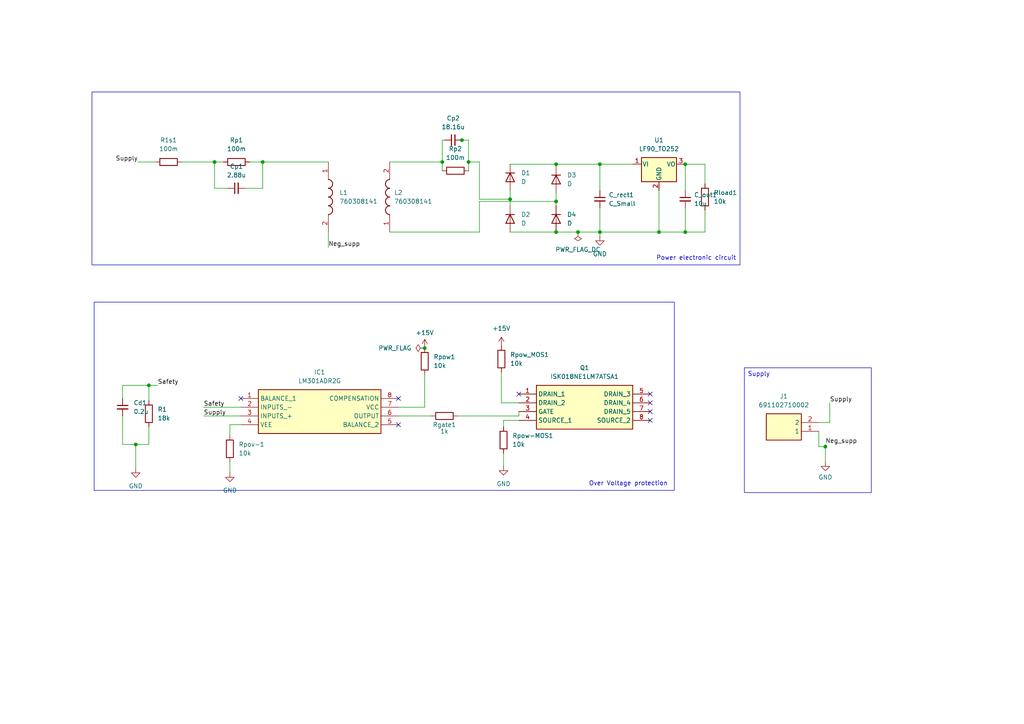
<source format=kicad_sch>
(kicad_sch
	(version 20231120)
	(generator "eeschema")
	(generator_version "8.0")
	(uuid "9a8ad81c-72db-4a36-9771-94a58bd547cb")
	(paper "A4")
	(lib_symbols
		(symbol "AC_Connector:691102710002"
			(exclude_from_sim no)
			(in_bom yes)
			(on_board yes)
			(property "Reference" "J"
				(at 16.51 7.62 0)
				(effects
					(font
						(size 1.27 1.27)
					)
					(justify left top)
				)
			)
			(property "Value" "691102710002"
				(at 16.51 5.08 0)
				(effects
					(font
						(size 1.27 1.27)
					)
					(justify left top)
				)
			)
			(property "Footprint" "SHDR2W100P0X500_1X2_1000X750X990P"
				(at 16.51 -94.92 0)
				(effects
					(font
						(size 1.27 1.27)
					)
					(justify left top)
					(hide yes)
				)
			)
			(property "Datasheet" "https://www.mouser.in/datasheet/2/445/691102710002-1719152.pdf"
				(at 16.51 -194.92 0)
				(effects
					(font
						(size 1.27 1.27)
					)
					(justify left top)
					(hide yes)
				)
			)
			(property "Description" "Wurth Elektronik 102 Series 5mm Pitch Straight, PCB Terminal Block, Through Hole, 2 Way"
				(at 0 0 0)
				(effects
					(font
						(size 1.27 1.27)
					)
					(hide yes)
				)
			)
			(property "Height" "9.9"
				(at 16.51 -394.92 0)
				(effects
					(font
						(size 1.27 1.27)
					)
					(justify left top)
					(hide yes)
				)
			)
			(property "Mouser Part Number" "710-691102710002"
				(at 16.51 -494.92 0)
				(effects
					(font
						(size 1.27 1.27)
					)
					(justify left top)
					(hide yes)
				)
			)
			(property "Mouser Price/Stock" "https://www.mouser.co.uk/ProductDetail/Wurth-Elektronik/691102710002?qs=2kOmHSv6VfRAbNUBaZNuBg%3D%3D"
				(at 16.51 -594.92 0)
				(effects
					(font
						(size 1.27 1.27)
					)
					(justify left top)
					(hide yes)
				)
			)
			(property "Manufacturer_Name" "Wurth Elektronik"
				(at 16.51 -694.92 0)
				(effects
					(font
						(size 1.27 1.27)
					)
					(justify left top)
					(hide yes)
				)
			)
			(property "Manufacturer_Part_Number" "691102710002"
				(at 16.51 -794.92 0)
				(effects
					(font
						(size 1.27 1.27)
					)
					(justify left top)
					(hide yes)
				)
			)
			(symbol "691102710002_1_1"
				(rectangle
					(start 5.08 2.54)
					(end 15.24 -5.08)
					(stroke
						(width 0.254)
						(type default)
					)
					(fill
						(type background)
					)
				)
				(pin passive line
					(at 0 0 0)
					(length 5.08)
					(name "1"
						(effects
							(font
								(size 1.27 1.27)
							)
						)
					)
					(number "1"
						(effects
							(font
								(size 1.27 1.27)
							)
						)
					)
				)
				(pin passive line
					(at 0 -2.54 0)
					(length 5.08)
					(name "2"
						(effects
							(font
								(size 1.27 1.27)
							)
						)
					)
					(number "2"
						(effects
							(font
								(size 1.27 1.27)
							)
						)
					)
				)
			)
		)
		(symbol "Device:C_Small"
			(pin_numbers hide)
			(pin_names
				(offset 0.254) hide)
			(exclude_from_sim no)
			(in_bom yes)
			(on_board yes)
			(property "Reference" "C"
				(at 0.254 1.778 0)
				(effects
					(font
						(size 1.27 1.27)
					)
					(justify left)
				)
			)
			(property "Value" "C_Small"
				(at 0.254 -2.032 0)
				(effects
					(font
						(size 1.27 1.27)
					)
					(justify left)
				)
			)
			(property "Footprint" ""
				(at 0 0 0)
				(effects
					(font
						(size 1.27 1.27)
					)
					(hide yes)
				)
			)
			(property "Datasheet" "~"
				(at 0 0 0)
				(effects
					(font
						(size 1.27 1.27)
					)
					(hide yes)
				)
			)
			(property "Description" "Unpolarized capacitor, small symbol"
				(at 0 0 0)
				(effects
					(font
						(size 1.27 1.27)
					)
					(hide yes)
				)
			)
			(property "ki_keywords" "capacitor cap"
				(at 0 0 0)
				(effects
					(font
						(size 1.27 1.27)
					)
					(hide yes)
				)
			)
			(property "ki_fp_filters" "C_*"
				(at 0 0 0)
				(effects
					(font
						(size 1.27 1.27)
					)
					(hide yes)
				)
			)
			(symbol "C_Small_0_1"
				(polyline
					(pts
						(xy -1.524 -0.508) (xy 1.524 -0.508)
					)
					(stroke
						(width 0.3302)
						(type default)
					)
					(fill
						(type none)
					)
				)
				(polyline
					(pts
						(xy -1.524 0.508) (xy 1.524 0.508)
					)
					(stroke
						(width 0.3048)
						(type default)
					)
					(fill
						(type none)
					)
				)
			)
			(symbol "C_Small_1_1"
				(pin passive line
					(at 0 2.54 270)
					(length 2.032)
					(name "~"
						(effects
							(font
								(size 1.27 1.27)
							)
						)
					)
					(number "1"
						(effects
							(font
								(size 1.27 1.27)
							)
						)
					)
				)
				(pin passive line
					(at 0 -2.54 90)
					(length 2.032)
					(name "~"
						(effects
							(font
								(size 1.27 1.27)
							)
						)
					)
					(number "2"
						(effects
							(font
								(size 1.27 1.27)
							)
						)
					)
				)
			)
		)
		(symbol "Device:D"
			(pin_numbers hide)
			(pin_names
				(offset 1.016) hide)
			(exclude_from_sim no)
			(in_bom yes)
			(on_board yes)
			(property "Reference" "D"
				(at 0 2.54 0)
				(effects
					(font
						(size 1.27 1.27)
					)
				)
			)
			(property "Value" "D"
				(at 0 -2.54 0)
				(effects
					(font
						(size 1.27 1.27)
					)
				)
			)
			(property "Footprint" ""
				(at 0 0 0)
				(effects
					(font
						(size 1.27 1.27)
					)
					(hide yes)
				)
			)
			(property "Datasheet" "~"
				(at 0 0 0)
				(effects
					(font
						(size 1.27 1.27)
					)
					(hide yes)
				)
			)
			(property "Description" "Diode"
				(at 0 0 0)
				(effects
					(font
						(size 1.27 1.27)
					)
					(hide yes)
				)
			)
			(property "Sim.Device" "D"
				(at 0 0 0)
				(effects
					(font
						(size 1.27 1.27)
					)
					(hide yes)
				)
			)
			(property "Sim.Pins" "1=K 2=A"
				(at 0 0 0)
				(effects
					(font
						(size 1.27 1.27)
					)
					(hide yes)
				)
			)
			(property "ki_keywords" "diode"
				(at 0 0 0)
				(effects
					(font
						(size 1.27 1.27)
					)
					(hide yes)
				)
			)
			(property "ki_fp_filters" "TO-???* *_Diode_* *SingleDiode* D_*"
				(at 0 0 0)
				(effects
					(font
						(size 1.27 1.27)
					)
					(hide yes)
				)
			)
			(symbol "D_0_1"
				(polyline
					(pts
						(xy -1.27 1.27) (xy -1.27 -1.27)
					)
					(stroke
						(width 0.254)
						(type default)
					)
					(fill
						(type none)
					)
				)
				(polyline
					(pts
						(xy 1.27 0) (xy -1.27 0)
					)
					(stroke
						(width 0)
						(type default)
					)
					(fill
						(type none)
					)
				)
				(polyline
					(pts
						(xy 1.27 1.27) (xy 1.27 -1.27) (xy -1.27 0) (xy 1.27 1.27)
					)
					(stroke
						(width 0.254)
						(type default)
					)
					(fill
						(type none)
					)
				)
			)
			(symbol "D_1_1"
				(pin passive line
					(at -3.81 0 0)
					(length 2.54)
					(name "K"
						(effects
							(font
								(size 1.27 1.27)
							)
						)
					)
					(number "1"
						(effects
							(font
								(size 1.27 1.27)
							)
						)
					)
				)
				(pin passive line
					(at 3.81 0 180)
					(length 2.54)
					(name "A"
						(effects
							(font
								(size 1.27 1.27)
							)
						)
					)
					(number "2"
						(effects
							(font
								(size 1.27 1.27)
							)
						)
					)
				)
			)
		)
		(symbol "Device:R"
			(pin_numbers hide)
			(pin_names
				(offset 0)
			)
			(exclude_from_sim no)
			(in_bom yes)
			(on_board yes)
			(property "Reference" "R"
				(at 2.032 0 90)
				(effects
					(font
						(size 1.27 1.27)
					)
				)
			)
			(property "Value" "R"
				(at 0 0 90)
				(effects
					(font
						(size 1.27 1.27)
					)
				)
			)
			(property "Footprint" ""
				(at -1.778 0 90)
				(effects
					(font
						(size 1.27 1.27)
					)
					(hide yes)
				)
			)
			(property "Datasheet" "~"
				(at 0 0 0)
				(effects
					(font
						(size 1.27 1.27)
					)
					(hide yes)
				)
			)
			(property "Description" "Resistor"
				(at 0 0 0)
				(effects
					(font
						(size 1.27 1.27)
					)
					(hide yes)
				)
			)
			(property "ki_keywords" "R res resistor"
				(at 0 0 0)
				(effects
					(font
						(size 1.27 1.27)
					)
					(hide yes)
				)
			)
			(property "ki_fp_filters" "R_*"
				(at 0 0 0)
				(effects
					(font
						(size 1.27 1.27)
					)
					(hide yes)
				)
			)
			(symbol "R_0_1"
				(rectangle
					(start -1.016 -2.54)
					(end 1.016 2.54)
					(stroke
						(width 0.254)
						(type default)
					)
					(fill
						(type none)
					)
				)
			)
			(symbol "R_1_1"
				(pin passive line
					(at 0 3.81 270)
					(length 1.27)
					(name "~"
						(effects
							(font
								(size 1.27 1.27)
							)
						)
					)
					(number "1"
						(effects
							(font
								(size 1.27 1.27)
							)
						)
					)
				)
				(pin passive line
					(at 0 -3.81 90)
					(length 1.27)
					(name "~"
						(effects
							(font
								(size 1.27 1.27)
							)
						)
					)
					(number "2"
						(effects
							(font
								(size 1.27 1.27)
							)
						)
					)
				)
			)
		)
		(symbol "ISK018NE1LM7ATSA1:ISK018NE1LM7ATSA1"
			(exclude_from_sim no)
			(in_bom yes)
			(on_board yes)
			(property "Reference" "Q"
				(at 34.29 7.62 0)
				(effects
					(font
						(size 1.27 1.27)
					)
					(justify left top)
				)
			)
			(property "Value" "ISK018NE1LM7ATSA1"
				(at 34.29 5.08 0)
				(effects
					(font
						(size 1.27 1.27)
					)
					(justify left top)
				)
			)
			(property "Footprint" "ISK018NE1LM7ATSA1"
				(at 34.29 -94.92 0)
				(effects
					(font
						(size 1.27 1.27)
					)
					(justify left top)
					(hide yes)
				)
			)
			(property "Datasheet" "https://www.infineon.com/dgdl/Infineon-ISK018NE1LM7-DataSheet-v02_01-EN.pdf?fileId=8ac78c8c8ada5435018ae4c220414791"
				(at 34.29 -194.92 0)
				(effects
					(font
						(size 1.27 1.27)
					)
					(justify left top)
					(hide yes)
				)
			)
			(property "Description" "N-Channel 15 V 30A (Ta), 129A (Tc) 2.1W (Ta), 39W (Tc) Surface Mount PG-VSON-6-1"
				(at 0 0 0)
				(effects
					(font
						(size 1.27 1.27)
					)
					(hide yes)
				)
			)
			(property "Height" "0.9"
				(at 34.29 -394.92 0)
				(effects
					(font
						(size 1.27 1.27)
					)
					(justify left top)
					(hide yes)
				)
			)
			(property "Mouser Part Number" ""
				(at 34.29 -494.92 0)
				(effects
					(font
						(size 1.27 1.27)
					)
					(justify left top)
					(hide yes)
				)
			)
			(property "Mouser Price/Stock" ""
				(at 34.29 -594.92 0)
				(effects
					(font
						(size 1.27 1.27)
					)
					(justify left top)
					(hide yes)
				)
			)
			(property "Manufacturer_Name" "Infineon"
				(at 34.29 -694.92 0)
				(effects
					(font
						(size 1.27 1.27)
					)
					(justify left top)
					(hide yes)
				)
			)
			(property "Manufacturer_Part_Number" "ISK018NE1LM7ATSA1"
				(at 34.29 -794.92 0)
				(effects
					(font
						(size 1.27 1.27)
					)
					(justify left top)
					(hide yes)
				)
			)
			(symbol "ISK018NE1LM7ATSA1_1_1"
				(rectangle
					(start 5.08 2.54)
					(end 33.02 -10.16)
					(stroke
						(width 0.254)
						(type default)
					)
					(fill
						(type background)
					)
				)
				(pin passive line
					(at 0 0 0)
					(length 5.08)
					(name "DRAIN_1"
						(effects
							(font
								(size 1.27 1.27)
							)
						)
					)
					(number "1"
						(effects
							(font
								(size 1.27 1.27)
							)
						)
					)
				)
				(pin passive line
					(at 0 -2.54 0)
					(length 5.08)
					(name "DRAIN_2"
						(effects
							(font
								(size 1.27 1.27)
							)
						)
					)
					(number "2"
						(effects
							(font
								(size 1.27 1.27)
							)
						)
					)
				)
				(pin passive line
					(at 0 -5.08 0)
					(length 5.08)
					(name "GATE"
						(effects
							(font
								(size 1.27 1.27)
							)
						)
					)
					(number "3"
						(effects
							(font
								(size 1.27 1.27)
							)
						)
					)
				)
				(pin passive line
					(at 0 -7.62 0)
					(length 5.08)
					(name "SOURCE_1"
						(effects
							(font
								(size 1.27 1.27)
							)
						)
					)
					(number "4"
						(effects
							(font
								(size 1.27 1.27)
							)
						)
					)
				)
				(pin passive line
					(at 38.1 0 180)
					(length 5.08)
					(name "DRAIN_3"
						(effects
							(font
								(size 1.27 1.27)
							)
						)
					)
					(number "5"
						(effects
							(font
								(size 1.27 1.27)
							)
						)
					)
				)
				(pin passive line
					(at 38.1 -2.54 180)
					(length 5.08)
					(name "DRAIN_4"
						(effects
							(font
								(size 1.27 1.27)
							)
						)
					)
					(number "6"
						(effects
							(font
								(size 1.27 1.27)
							)
						)
					)
				)
				(pin passive line
					(at 38.1 -5.08 180)
					(length 5.08)
					(name "DRAIN_5"
						(effects
							(font
								(size 1.27 1.27)
							)
						)
					)
					(number "7"
						(effects
							(font
								(size 1.27 1.27)
							)
						)
					)
				)
				(pin passive line
					(at 38.1 -7.62 180)
					(length 5.08)
					(name "SOURCE_2"
						(effects
							(font
								(size 1.27 1.27)
							)
						)
					)
					(number "8"
						(effects
							(font
								(size 1.27 1.27)
							)
						)
					)
				)
			)
		)
		(symbol "LM301ADR2G:LM301ADR2G"
			(exclude_from_sim no)
			(in_bom yes)
			(on_board yes)
			(property "Reference" "IC"
				(at 41.91 7.62 0)
				(effects
					(font
						(size 1.27 1.27)
					)
					(justify left top)
				)
			)
			(property "Value" "LM301ADR2G"
				(at 41.91 5.08 0)
				(effects
					(font
						(size 1.27 1.27)
					)
					(justify left top)
				)
			)
			(property "Footprint" "SOIC127P600X175-8N"
				(at 41.91 -94.92 0)
				(effects
					(font
						(size 1.27 1.27)
					)
					(justify left top)
					(hide yes)
				)
			)
			(property "Datasheet" "https://www.onsemi.com/pub/Collateral/LM301A-D.PDF"
				(at 41.91 -194.92 0)
				(effects
					(font
						(size 1.27 1.27)
					)
					(justify left top)
					(hide yes)
				)
			)
			(property "Description" "Class AB Output Provides Excellent Linearity; Low Input Offset Current: 20 nA Maximum Over Temperature Range; Guaranteed Drift Characteristics; External Frequency Compensation for Flexibility; Output Short Circuit Protection; Pb-Free Packages are Available"
				(at 0 0 0)
				(effects
					(font
						(size 1.27 1.27)
					)
					(hide yes)
				)
			)
			(property "Height" "1.75"
				(at 41.91 -394.92 0)
				(effects
					(font
						(size 1.27 1.27)
					)
					(justify left top)
					(hide yes)
				)
			)
			(property "Mouser Part Number" "863-LM301ADR2G"
				(at 41.91 -494.92 0)
				(effects
					(font
						(size 1.27 1.27)
					)
					(justify left top)
					(hide yes)
				)
			)
			(property "Mouser Price/Stock" "https://www.mouser.co.uk/ProductDetail/onsemi/LM301ADR2G?qs=2OtswVQKCOHFiy3ngvF9Aw%3D%3D"
				(at 41.91 -594.92 0)
				(effects
					(font
						(size 1.27 1.27)
					)
					(justify left top)
					(hide yes)
				)
			)
			(property "Manufacturer_Name" "onsemi"
				(at 41.91 -694.92 0)
				(effects
					(font
						(size 1.27 1.27)
					)
					(justify left top)
					(hide yes)
				)
			)
			(property "Manufacturer_Part_Number" "LM301ADR2G"
				(at 41.91 -794.92 0)
				(effects
					(font
						(size 1.27 1.27)
					)
					(justify left top)
					(hide yes)
				)
			)
			(symbol "LM301ADR2G_1_1"
				(rectangle
					(start 5.08 2.54)
					(end 40.64 -10.16)
					(stroke
						(width 0.254)
						(type default)
					)
					(fill
						(type background)
					)
				)
				(pin passive line
					(at 0 0 0)
					(length 5.08)
					(name "BALANCE_1"
						(effects
							(font
								(size 1.27 1.27)
							)
						)
					)
					(number "1"
						(effects
							(font
								(size 1.27 1.27)
							)
						)
					)
				)
				(pin passive line
					(at 0 -2.54 0)
					(length 5.08)
					(name "INPUTS_-"
						(effects
							(font
								(size 1.27 1.27)
							)
						)
					)
					(number "2"
						(effects
							(font
								(size 1.27 1.27)
							)
						)
					)
				)
				(pin passive line
					(at 0 -5.08 0)
					(length 5.08)
					(name "INPUTS_+"
						(effects
							(font
								(size 1.27 1.27)
							)
						)
					)
					(number "3"
						(effects
							(font
								(size 1.27 1.27)
							)
						)
					)
				)
				(pin passive line
					(at 0 -7.62 0)
					(length 5.08)
					(name "VEE"
						(effects
							(font
								(size 1.27 1.27)
							)
						)
					)
					(number "4"
						(effects
							(font
								(size 1.27 1.27)
							)
						)
					)
				)
				(pin passive line
					(at 45.72 -7.62 180)
					(length 5.08)
					(name "BALANCE_2"
						(effects
							(font
								(size 1.27 1.27)
							)
						)
					)
					(number "5"
						(effects
							(font
								(size 1.27 1.27)
							)
						)
					)
				)
				(pin passive line
					(at 45.72 -5.08 180)
					(length 5.08)
					(name "OUTPUT"
						(effects
							(font
								(size 1.27 1.27)
							)
						)
					)
					(number "6"
						(effects
							(font
								(size 1.27 1.27)
							)
						)
					)
				)
				(pin passive line
					(at 45.72 -2.54 180)
					(length 5.08)
					(name "VCC"
						(effects
							(font
								(size 1.27 1.27)
							)
						)
					)
					(number "7"
						(effects
							(font
								(size 1.27 1.27)
							)
						)
					)
				)
				(pin passive line
					(at 45.72 0 180)
					(length 5.08)
					(name "COMPENSATION"
						(effects
							(font
								(size 1.27 1.27)
							)
						)
					)
					(number "8"
						(effects
							(font
								(size 1.27 1.27)
							)
						)
					)
				)
			)
		)
		(symbol "Regulator_Linear:LF90_TO252"
			(pin_names
				(offset 0.254)
			)
			(exclude_from_sim no)
			(in_bom yes)
			(on_board yes)
			(property "Reference" "U"
				(at -3.81 3.175 0)
				(effects
					(font
						(size 1.27 1.27)
					)
				)
			)
			(property "Value" "LF90_TO252"
				(at 0 3.175 0)
				(effects
					(font
						(size 1.27 1.27)
					)
					(justify left)
				)
			)
			(property "Footprint" "Package_TO_SOT_SMD:TO-252-2"
				(at 0 5.715 0)
				(effects
					(font
						(size 1.27 1.27)
						(italic yes)
					)
					(hide yes)
				)
			)
			(property "Datasheet" "http://www.st.com/content/ccc/resource/technical/document/datasheet/c4/0e/7e/2a/be/bc/4c/bd/CD00000546.pdf/files/CD00000546.pdf/jcr:content/translations/en.CD00000546.pdf"
				(at 0 -1.27 0)
				(effects
					(font
						(size 1.27 1.27)
					)
					(hide yes)
				)
			)
			(property "Description" "Low-drop Voltage Regulator, Io up to 500mA, Fixed Vo 9.0V, TO-252 (DPAK)"
				(at 0 0 0)
				(effects
					(font
						(size 1.27 1.27)
					)
					(hide yes)
				)
			)
			(property "ki_keywords" "LDO regulator voltage"
				(at 0 0 0)
				(effects
					(font
						(size 1.27 1.27)
					)
					(hide yes)
				)
			)
			(property "ki_fp_filters" "TO?252*"
				(at 0 0 0)
				(effects
					(font
						(size 1.27 1.27)
					)
					(hide yes)
				)
			)
			(symbol "LF90_TO252_0_1"
				(rectangle
					(start -5.08 1.905)
					(end 5.08 -5.08)
					(stroke
						(width 0.254)
						(type default)
					)
					(fill
						(type background)
					)
				)
			)
			(symbol "LF90_TO252_1_1"
				(pin power_in line
					(at -7.62 0 0)
					(length 2.54)
					(name "VI"
						(effects
							(font
								(size 1.27 1.27)
							)
						)
					)
					(number "1"
						(effects
							(font
								(size 1.27 1.27)
							)
						)
					)
				)
				(pin power_in line
					(at 0 -7.62 90)
					(length 2.54)
					(name "GND"
						(effects
							(font
								(size 1.27 1.27)
							)
						)
					)
					(number "2"
						(effects
							(font
								(size 1.27 1.27)
							)
						)
					)
				)
				(pin power_out line
					(at 7.62 0 180)
					(length 2.54)
					(name "VO"
						(effects
							(font
								(size 1.27 1.27)
							)
						)
					)
					(number "3"
						(effects
							(font
								(size 1.27 1.27)
							)
						)
					)
				)
			)
		)
		(symbol "WPT:760308141"
			(pin_names hide)
			(exclude_from_sim no)
			(in_bom yes)
			(on_board yes)
			(property "Reference" "L"
				(at 16.51 6.35 0)
				(effects
					(font
						(size 1.27 1.27)
					)
					(justify left top)
				)
			)
			(property "Value" "760308141"
				(at 16.51 3.81 0)
				(effects
					(font
						(size 1.27 1.27)
					)
					(justify left top)
				)
			)
			(property "Footprint" "760308141"
				(at 16.51 -96.19 0)
				(effects
					(font
						(size 1.27 1.27)
					)
					(justify left top)
					(hide yes)
				)
			)
			(property "Datasheet" "https://componentsearchengine.com/Datasheets/1/760308141.pdf"
				(at 16.51 -196.19 0)
				(effects
					(font
						(size 1.27 1.27)
					)
					(justify left top)
					(hide yes)
				)
			)
			(property "Description" "WE-WPCC Wireless Charging Coil 10uH 9A Wurth 10 uH  /-10% Ferrite Wireless Charging Coil, Max SRF:11MHz, Q:200, 9A Idc, 0.03Ohm Rdc WE-WPCC"
				(at 0 0 0)
				(effects
					(font
						(size 1.27 1.27)
					)
					(hide yes)
				)
			)
			(property "Height" "6.5"
				(at 16.51 -396.19 0)
				(effects
					(font
						(size 1.27 1.27)
					)
					(justify left top)
					(hide yes)
				)
			)
			(property "Mouser Part Number" "710-760308141"
				(at 16.51 -496.19 0)
				(effects
					(font
						(size 1.27 1.27)
					)
					(justify left top)
					(hide yes)
				)
			)
			(property "Mouser Price/Stock" "https://www.mouser.com/Search/Refine.aspx?Keyword=710-760308141"
				(at 16.51 -596.19 0)
				(effects
					(font
						(size 1.27 1.27)
					)
					(justify left top)
					(hide yes)
				)
			)
			(property "Manufacturer_Name" "Wurth Elektronik"
				(at 16.51 -696.19 0)
				(effects
					(font
						(size 1.27 1.27)
					)
					(justify left top)
					(hide yes)
				)
			)
			(property "Manufacturer_Part_Number" "760308141"
				(at 16.51 -796.19 0)
				(effects
					(font
						(size 1.27 1.27)
					)
					(justify left top)
					(hide yes)
				)
			)
			(symbol "760308141_1_1"
				(arc
					(start 7.62 0)
					(mid 6.35 1.219)
					(end 5.08 0)
					(stroke
						(width 0.254)
						(type default)
					)
					(fill
						(type none)
					)
				)
				(arc
					(start 10.16 0)
					(mid 8.89 1.219)
					(end 7.62 0)
					(stroke
						(width 0.254)
						(type default)
					)
					(fill
						(type none)
					)
				)
				(arc
					(start 12.7 0)
					(mid 11.43 1.219)
					(end 10.16 0)
					(stroke
						(width 0.254)
						(type default)
					)
					(fill
						(type none)
					)
				)
				(arc
					(start 15.24 0)
					(mid 13.97 1.219)
					(end 12.7 0)
					(stroke
						(width 0.254)
						(type default)
					)
					(fill
						(type none)
					)
				)
				(pin passive line
					(at 0 0 0)
					(length 5.08)
					(name "1"
						(effects
							(font
								(size 1.27 1.27)
							)
						)
					)
					(number "1"
						(effects
							(font
								(size 1.27 1.27)
							)
						)
					)
				)
				(pin passive line
					(at 20.32 0 180)
					(length 5.08)
					(name "2"
						(effects
							(font
								(size 1.27 1.27)
							)
						)
					)
					(number "2"
						(effects
							(font
								(size 1.27 1.27)
							)
						)
					)
				)
			)
		)
		(symbol "power:+15V"
			(power)
			(pin_numbers hide)
			(pin_names
				(offset 0) hide)
			(exclude_from_sim no)
			(in_bom yes)
			(on_board yes)
			(property "Reference" "#PWR"
				(at 0 -3.81 0)
				(effects
					(font
						(size 1.27 1.27)
					)
					(hide yes)
				)
			)
			(property "Value" "+15V"
				(at 0 3.556 0)
				(effects
					(font
						(size 1.27 1.27)
					)
				)
			)
			(property "Footprint" ""
				(at 0 0 0)
				(effects
					(font
						(size 1.27 1.27)
					)
					(hide yes)
				)
			)
			(property "Datasheet" ""
				(at 0 0 0)
				(effects
					(font
						(size 1.27 1.27)
					)
					(hide yes)
				)
			)
			(property "Description" "Power symbol creates a global label with name \"+15V\""
				(at 0 0 0)
				(effects
					(font
						(size 1.27 1.27)
					)
					(hide yes)
				)
			)
			(property "ki_keywords" "global power"
				(at 0 0 0)
				(effects
					(font
						(size 1.27 1.27)
					)
					(hide yes)
				)
			)
			(symbol "+15V_0_1"
				(polyline
					(pts
						(xy -0.762 1.27) (xy 0 2.54)
					)
					(stroke
						(width 0)
						(type default)
					)
					(fill
						(type none)
					)
				)
				(polyline
					(pts
						(xy 0 0) (xy 0 2.54)
					)
					(stroke
						(width 0)
						(type default)
					)
					(fill
						(type none)
					)
				)
				(polyline
					(pts
						(xy 0 2.54) (xy 0.762 1.27)
					)
					(stroke
						(width 0)
						(type default)
					)
					(fill
						(type none)
					)
				)
			)
			(symbol "+15V_1_1"
				(pin power_in line
					(at 0 0 90)
					(length 0)
					(name "~"
						(effects
							(font
								(size 1.27 1.27)
							)
						)
					)
					(number "1"
						(effects
							(font
								(size 1.27 1.27)
							)
						)
					)
				)
			)
		)
		(symbol "power:GND"
			(power)
			(pin_numbers hide)
			(pin_names
				(offset 0) hide)
			(exclude_from_sim no)
			(in_bom yes)
			(on_board yes)
			(property "Reference" "#PWR"
				(at 0 -6.35 0)
				(effects
					(font
						(size 1.27 1.27)
					)
					(hide yes)
				)
			)
			(property "Value" "GND"
				(at 0 -3.81 0)
				(effects
					(font
						(size 1.27 1.27)
					)
				)
			)
			(property "Footprint" ""
				(at 0 0 0)
				(effects
					(font
						(size 1.27 1.27)
					)
					(hide yes)
				)
			)
			(property "Datasheet" ""
				(at 0 0 0)
				(effects
					(font
						(size 1.27 1.27)
					)
					(hide yes)
				)
			)
			(property "Description" "Power symbol creates a global label with name \"GND\" , ground"
				(at 0 0 0)
				(effects
					(font
						(size 1.27 1.27)
					)
					(hide yes)
				)
			)
			(property "ki_keywords" "global power"
				(at 0 0 0)
				(effects
					(font
						(size 1.27 1.27)
					)
					(hide yes)
				)
			)
			(symbol "GND_0_1"
				(polyline
					(pts
						(xy 0 0) (xy 0 -1.27) (xy 1.27 -1.27) (xy 0 -2.54) (xy -1.27 -1.27) (xy 0 -1.27)
					)
					(stroke
						(width 0)
						(type default)
					)
					(fill
						(type none)
					)
				)
			)
			(symbol "GND_1_1"
				(pin power_in line
					(at 0 0 270)
					(length 0)
					(name "~"
						(effects
							(font
								(size 1.27 1.27)
							)
						)
					)
					(number "1"
						(effects
							(font
								(size 1.27 1.27)
							)
						)
					)
				)
			)
		)
		(symbol "power:PWR_FLAG"
			(power)
			(pin_numbers hide)
			(pin_names
				(offset 0) hide)
			(exclude_from_sim no)
			(in_bom yes)
			(on_board yes)
			(property "Reference" "#FLG"
				(at 0 1.905 0)
				(effects
					(font
						(size 1.27 1.27)
					)
					(hide yes)
				)
			)
			(property "Value" "PWR_FLAG"
				(at 0 3.81 0)
				(effects
					(font
						(size 1.27 1.27)
					)
				)
			)
			(property "Footprint" ""
				(at 0 0 0)
				(effects
					(font
						(size 1.27 1.27)
					)
					(hide yes)
				)
			)
			(property "Datasheet" "~"
				(at 0 0 0)
				(effects
					(font
						(size 1.27 1.27)
					)
					(hide yes)
				)
			)
			(property "Description" "Special symbol for telling ERC where power comes from"
				(at 0 0 0)
				(effects
					(font
						(size 1.27 1.27)
					)
					(hide yes)
				)
			)
			(property "ki_keywords" "flag power"
				(at 0 0 0)
				(effects
					(font
						(size 1.27 1.27)
					)
					(hide yes)
				)
			)
			(symbol "PWR_FLAG_0_0"
				(pin power_out line
					(at 0 0 90)
					(length 0)
					(name "~"
						(effects
							(font
								(size 1.27 1.27)
							)
						)
					)
					(number "1"
						(effects
							(font
								(size 1.27 1.27)
							)
						)
					)
				)
			)
			(symbol "PWR_FLAG_0_1"
				(polyline
					(pts
						(xy 0 0) (xy 0 1.27) (xy -1.016 1.905) (xy 0 2.54) (xy 1.016 1.905) (xy 0 1.27)
					)
					(stroke
						(width 0)
						(type default)
					)
					(fill
						(type none)
					)
				)
			)
		)
	)
	(junction
		(at 198.755 67.31)
		(diameter 0)
		(color 0 0 0 0)
		(uuid "1069d558-1ff0-42e8-aa95-bc2bb48e3a72")
	)
	(junction
		(at 128.27 46.99)
		(diameter 0)
		(color 0 0 0 0)
		(uuid "118ce7b5-897f-41f6-ae06-1b244d9cf87a")
	)
	(junction
		(at 147.955 57.785)
		(diameter 0)
		(color 0 0 0 0)
		(uuid "12e6ccac-db86-444b-91be-aa6fd9d2661c")
	)
	(junction
		(at 173.99 47.625)
		(diameter 0)
		(color 0 0 0 0)
		(uuid "295e1876-223b-476d-992a-65259c995cd8")
	)
	(junction
		(at 161.29 47.625)
		(diameter 0)
		(color 0 0 0 0)
		(uuid "2d4f9b13-2cd3-4abd-9f11-e7992e97a45b")
	)
	(junction
		(at 135.89 46.99)
		(diameter 0)
		(color 0 0 0 0)
		(uuid "2d50b36c-a3a5-466e-b480-9aa2048e8ae4")
	)
	(junction
		(at 167.64 67.31)
		(diameter 0)
		(color 0 0 0 0)
		(uuid "3c9046ba-c4be-434c-a7f1-5d12e246e703")
	)
	(junction
		(at 161.29 67.31)
		(diameter 0)
		(color 0 0 0 0)
		(uuid "452895a2-45ba-4539-846b-efcd5bf60b04")
	)
	(junction
		(at 76.2 46.99)
		(diameter 0)
		(color 0 0 0 0)
		(uuid "4be11e7e-2495-4c99-8a53-cac578e70a7d")
	)
	(junction
		(at 239.395 129.54)
		(diameter 0)
		(color 0 0 0 0)
		(uuid "5034206c-c598-4c00-862e-91db06baf300")
	)
	(junction
		(at 161.29 58.42)
		(diameter 0)
		(color 0 0 0 0)
		(uuid "5ecd4d29-d58e-4111-bb59-0735b8aee774")
	)
	(junction
		(at 123.19 100.965)
		(diameter 0)
		(color 0 0 0 0)
		(uuid "86453918-e8a3-4f73-adec-227ad41ea4eb")
	)
	(junction
		(at 173.99 67.31)
		(diameter 0)
		(color 0 0 0 0)
		(uuid "87803b5b-c728-4db8-b8ca-9cc6c712285c")
	)
	(junction
		(at 133.985 40.64)
		(diameter 0)
		(color 0 0 0 0)
		(uuid "924dfb06-6650-4aef-8f0c-bd14d7e1baad")
	)
	(junction
		(at 191.135 67.31)
		(diameter 0)
		(color 0 0 0 0)
		(uuid "9d71e394-8bf4-4079-86dd-ee638dc7d184")
	)
	(junction
		(at 198.755 47.625)
		(diameter 0)
		(color 0 0 0 0)
		(uuid "b25ab7e1-049d-4af9-aaa8-8242b932353e")
	)
	(junction
		(at 39.37 128.905)
		(diameter 0)
		(color 0 0 0 0)
		(uuid "b798e104-f353-4d70-903d-2abdba6d43b2")
	)
	(junction
		(at 62.23 46.99)
		(diameter 0)
		(color 0 0 0 0)
		(uuid "d0786658-9fed-440c-8a88-cc6fa0cbebaa")
	)
	(junction
		(at 43.18 111.76)
		(diameter 0)
		(color 0 0 0 0)
		(uuid "e3486715-eac6-4fc8-adc2-671a2eb5cf84")
	)
	(no_connect
		(at 188.595 114.3)
		(uuid "015951a6-4741-4bc6-9014-aaa6c0e6bd38")
	)
	(no_connect
		(at 115.57 123.19)
		(uuid "02182d0e-fb4c-4e50-86e1-4d9db2887fa4")
	)
	(no_connect
		(at 188.595 116.84)
		(uuid "132bf9bb-9a11-473d-a42c-d8fe82ab4c49")
	)
	(no_connect
		(at 69.85 115.57)
		(uuid "55e6e754-a529-44a3-aa4e-b31517a11b0d")
	)
	(no_connect
		(at 115.57 115.57)
		(uuid "560ba588-ca90-4652-a4ec-16f0645a728f")
	)
	(no_connect
		(at 188.595 121.92)
		(uuid "66cfdc43-a3de-48a2-87ea-58efab96d84e")
	)
	(no_connect
		(at 150.495 114.3)
		(uuid "e68bf4d1-8d54-4c92-a4e6-106458b1e389")
	)
	(no_connect
		(at 188.595 119.38)
		(uuid "e8459822-c24f-4a97-83bf-b5b58ad0209e")
	)
	(wire
		(pts
			(xy 191.135 67.31) (xy 198.755 67.31)
		)
		(stroke
			(width 0)
			(type default)
		)
		(uuid "026e8c16-305d-46e2-bc09-ecb1789c9995")
	)
	(wire
		(pts
			(xy 191.135 55.245) (xy 191.135 67.31)
		)
		(stroke
			(width 0)
			(type default)
		)
		(uuid "0a821a60-e89d-4919-834c-f010a31ed4af")
	)
	(wire
		(pts
			(xy 167.64 67.31) (xy 161.29 67.31)
		)
		(stroke
			(width 0)
			(type default)
		)
		(uuid "0dfb83ba-91c8-40cd-ba21-fe6d9faad41c")
	)
	(wire
		(pts
			(xy 237.49 129.54) (xy 239.395 129.54)
		)
		(stroke
			(width 0)
			(type default)
		)
		(uuid "0e12cf5c-4287-4246-bf4d-c87ed5769943")
	)
	(wire
		(pts
			(xy 132.715 120.65) (xy 150.495 120.65)
		)
		(stroke
			(width 0)
			(type default)
		)
		(uuid "12b768bf-001a-4466-9021-188701326272")
	)
	(wire
		(pts
			(xy 66.675 123.19) (xy 66.675 126.365)
		)
		(stroke
			(width 0)
			(type default)
		)
		(uuid "1fbbcb7d-2389-4655-b22e-092206ff7324")
	)
	(wire
		(pts
			(xy 128.27 49.53) (xy 128.27 46.99)
		)
		(stroke
			(width 0)
			(type default)
		)
		(uuid "24137d31-dc84-4d54-8225-6f8f22b58fd4")
	)
	(wire
		(pts
			(xy 150.495 119.38) (xy 150.495 120.65)
		)
		(stroke
			(width 0)
			(type default)
		)
		(uuid "246c7ec9-3aff-4eb3-8777-926286edd38c")
	)
	(wire
		(pts
			(xy 66.675 133.985) (xy 66.675 137.16)
		)
		(stroke
			(width 0)
			(type default)
		)
		(uuid "24b0e84a-fb16-4028-b95a-1434851aeb5a")
	)
	(wire
		(pts
			(xy 147.955 57.785) (xy 147.955 59.69)
		)
		(stroke
			(width 0)
			(type default)
		)
		(uuid "2b3374cf-9708-488f-951a-253cbb0d5007")
	)
	(wire
		(pts
			(xy 239.395 128.905) (xy 239.395 129.54)
		)
		(stroke
			(width 0)
			(type default)
		)
		(uuid "2b8fef3a-c802-4f51-80ef-ed539e30a21f")
	)
	(wire
		(pts
			(xy 204.47 53.34) (xy 204.47 47.625)
		)
		(stroke
			(width 0)
			(type default)
		)
		(uuid "2db893be-3212-46e9-b31a-ae3d1e55da82")
	)
	(wire
		(pts
			(xy 191.135 67.31) (xy 173.99 67.31)
		)
		(stroke
			(width 0)
			(type default)
		)
		(uuid "366e7dd7-7b88-4e12-883d-9628281238b7")
	)
	(wire
		(pts
			(xy 62.23 46.99) (xy 64.77 46.99)
		)
		(stroke
			(width 0)
			(type default)
		)
		(uuid "3a814419-7e70-412b-a5e2-42fafd66258a")
	)
	(wire
		(pts
			(xy 161.29 55.88) (xy 161.29 58.42)
		)
		(stroke
			(width 0)
			(type default)
		)
		(uuid "3d505fba-2082-4c7a-a074-b5e1657f00c6")
	)
	(wire
		(pts
			(xy 35.56 115.57) (xy 35.56 111.76)
		)
		(stroke
			(width 0)
			(type default)
		)
		(uuid "3d88ba5e-df01-4832-aaa5-23e9f4190207")
	)
	(wire
		(pts
			(xy 133.985 40.64) (xy 135.89 40.64)
		)
		(stroke
			(width 0)
			(type default)
		)
		(uuid "3f3e3437-5fa2-4b6b-9dbf-5d445ad20998")
	)
	(wire
		(pts
			(xy 198.755 67.31) (xy 204.47 67.31)
		)
		(stroke
			(width 0)
			(type default)
		)
		(uuid "416d3f4e-9cfb-450a-897b-de8134ccb6e1")
	)
	(wire
		(pts
			(xy 161.29 58.42) (xy 161.29 59.69)
		)
		(stroke
			(width 0)
			(type default)
		)
		(uuid "4dffe552-27de-4864-8e73-4ed9b15657d1")
	)
	(wire
		(pts
			(xy 173.99 67.31) (xy 167.64 67.31)
		)
		(stroke
			(width 0)
			(type default)
		)
		(uuid "55d8ee12-4938-48a2-9f5b-df216c75232f")
	)
	(wire
		(pts
			(xy 139.065 67.31) (xy 113.03 67.31)
		)
		(stroke
			(width 0)
			(type default)
		)
		(uuid "566e3a85-cab8-4955-93d4-67bf6fbd2afd")
	)
	(wire
		(pts
			(xy 39.37 128.905) (xy 43.18 128.905)
		)
		(stroke
			(width 0)
			(type default)
		)
		(uuid "57fd7f51-d7cb-4a79-bf6b-b7f84a237768")
	)
	(wire
		(pts
			(xy 39.37 135.89) (xy 39.37 128.905)
		)
		(stroke
			(width 0)
			(type default)
		)
		(uuid "5a1623da-1107-40c8-9e9f-142656c845be")
	)
	(wire
		(pts
			(xy 128.27 40.64) (xy 128.905 40.64)
		)
		(stroke
			(width 0)
			(type default)
		)
		(uuid "5d47cf49-1cb0-45f0-9421-6c81ab25e0a1")
	)
	(wire
		(pts
			(xy 59.055 118.11) (xy 69.85 118.11)
		)
		(stroke
			(width 0)
			(type default)
		)
		(uuid "5da32c8b-9507-4223-a993-5291f802d6a2")
	)
	(wire
		(pts
			(xy 237.49 122.555) (xy 240.665 122.555)
		)
		(stroke
			(width 0)
			(type default)
		)
		(uuid "6dca0825-0ac5-4814-8228-a8b5c3dbf462")
	)
	(wire
		(pts
			(xy 40.005 46.99) (xy 45.085 46.99)
		)
		(stroke
			(width 0)
			(type default)
		)
		(uuid "6e1d9880-8140-4593-8ce1-9187ef86cdfe")
	)
	(wire
		(pts
			(xy 128.27 46.99) (xy 128.27 40.64)
		)
		(stroke
			(width 0)
			(type default)
		)
		(uuid "6ed45d94-91f9-481f-bb78-b3c8df425667")
	)
	(wire
		(pts
			(xy 72.39 46.99) (xy 76.2 46.99)
		)
		(stroke
			(width 0)
			(type default)
		)
		(uuid "707ba6ba-e53b-4dd1-b957-a91cc9ca43cb")
	)
	(wire
		(pts
			(xy 198.755 60.325) (xy 198.755 67.31)
		)
		(stroke
			(width 0)
			(type default)
		)
		(uuid "713149d6-7e1d-426f-9e00-ba53bb08e3f2")
	)
	(wire
		(pts
			(xy 147.955 57.785) (xy 139.065 57.785)
		)
		(stroke
			(width 0)
			(type default)
		)
		(uuid "72769f68-9346-4e92-9d27-a731c1b3ccc6")
	)
	(wire
		(pts
			(xy 237.49 125.095) (xy 237.49 129.54)
		)
		(stroke
			(width 0)
			(type default)
		)
		(uuid "779b4b7e-7ff5-488e-a693-6d6b489511f5")
	)
	(wire
		(pts
			(xy 146.05 121.92) (xy 146.05 123.825)
		)
		(stroke
			(width 0)
			(type default)
		)
		(uuid "78fea890-084b-41f5-825d-9604a2cd53a4")
	)
	(wire
		(pts
			(xy 66.04 54.61) (xy 62.23 54.61)
		)
		(stroke
			(width 0)
			(type default)
		)
		(uuid "79877421-9bfc-4aab-8453-2af654a29926")
	)
	(wire
		(pts
			(xy 135.89 40.64) (xy 135.89 46.99)
		)
		(stroke
			(width 0)
			(type default)
		)
		(uuid "79cbaac1-8c7a-4b23-a6ff-6b1c86a3923f")
	)
	(wire
		(pts
			(xy 146.05 131.445) (xy 146.05 135.255)
		)
		(stroke
			(width 0)
			(type default)
		)
		(uuid "834697dc-b9d2-455c-acca-a53db401b2ec")
	)
	(wire
		(pts
			(xy 115.57 120.65) (xy 125.095 120.65)
		)
		(stroke
			(width 0)
			(type default)
		)
		(uuid "85895c7e-403c-46d5-bcd8-e0f4a17582a8")
	)
	(wire
		(pts
			(xy 76.2 54.61) (xy 76.2 46.99)
		)
		(stroke
			(width 0)
			(type default)
		)
		(uuid "8b8c5017-5f64-41c9-8c35-71cf648cc97d")
	)
	(wire
		(pts
			(xy 52.705 46.99) (xy 62.23 46.99)
		)
		(stroke
			(width 0)
			(type default)
		)
		(uuid "8d15cc93-77ef-4361-b054-5cf1956a3aa4")
	)
	(wire
		(pts
			(xy 147.955 55.245) (xy 147.955 57.785)
		)
		(stroke
			(width 0)
			(type default)
		)
		(uuid "922ea30d-d6a1-4076-887c-65dad9e431d4")
	)
	(wire
		(pts
			(xy 173.99 47.625) (xy 183.515 47.625)
		)
		(stroke
			(width 0)
			(type default)
		)
		(uuid "941d987e-5dc0-4cef-99a8-6ace37524a68")
	)
	(wire
		(pts
			(xy 139.065 58.42) (xy 139.065 67.31)
		)
		(stroke
			(width 0)
			(type default)
		)
		(uuid "9aa4a87d-bc58-419e-8cc7-a366d8c61f1f")
	)
	(wire
		(pts
			(xy 139.065 57.785) (xy 139.065 46.99)
		)
		(stroke
			(width 0)
			(type default)
		)
		(uuid "9af0093a-5a0b-44d8-b240-216e395d8484")
	)
	(wire
		(pts
			(xy 161.29 47.625) (xy 173.99 47.625)
		)
		(stroke
			(width 0)
			(type default)
		)
		(uuid "a0c4a20b-6b22-4963-981b-1b51f1cb1a83")
	)
	(wire
		(pts
			(xy 145.415 116.84) (xy 150.495 116.84)
		)
		(stroke
			(width 0)
			(type default)
		)
		(uuid "aa33b464-2313-43ad-a460-702ef3d2112a")
	)
	(wire
		(pts
			(xy 240.665 116.84) (xy 240.665 122.555)
		)
		(stroke
			(width 0)
			(type default)
		)
		(uuid "b1690937-d0f6-4594-881d-5f8fd5d292dc")
	)
	(wire
		(pts
			(xy 204.47 47.625) (xy 198.755 47.625)
		)
		(stroke
			(width 0)
			(type default)
		)
		(uuid "b9c51b42-81e7-42f3-8c50-7c5d05ed291e")
	)
	(wire
		(pts
			(xy 145.415 107.95) (xy 145.415 116.84)
		)
		(stroke
			(width 0)
			(type default)
		)
		(uuid "ba7e953e-9416-4566-a19d-1f6b8e2934b3")
	)
	(wire
		(pts
			(xy 161.29 47.625) (xy 161.29 48.26)
		)
		(stroke
			(width 0)
			(type default)
		)
		(uuid "beeeec4b-758b-4eb9-985c-78f3595c8166")
	)
	(wire
		(pts
			(xy 35.56 111.76) (xy 43.18 111.76)
		)
		(stroke
			(width 0)
			(type default)
		)
		(uuid "befdc26b-6270-49b4-bc1f-662b23b449c2")
	)
	(wire
		(pts
			(xy 62.23 54.61) (xy 62.23 46.99)
		)
		(stroke
			(width 0)
			(type default)
		)
		(uuid "bf800098-2989-48af-a4b3-1022a2fb85e9")
	)
	(wire
		(pts
			(xy 147.955 47.625) (xy 161.29 47.625)
		)
		(stroke
			(width 0)
			(type default)
		)
		(uuid "bfed45b9-b329-47df-89e6-d3229fbb1bbf")
	)
	(wire
		(pts
			(xy 43.18 111.76) (xy 43.18 116.205)
		)
		(stroke
			(width 0)
			(type default)
		)
		(uuid "c120624f-a1b6-4ce7-9983-85f7a481c9bd")
	)
	(wire
		(pts
			(xy 204.47 60.96) (xy 204.47 67.31)
		)
		(stroke
			(width 0)
			(type default)
		)
		(uuid "c148aede-b8f4-4a43-8871-d2f701130aea")
	)
	(wire
		(pts
			(xy 35.56 120.65) (xy 35.56 128.905)
		)
		(stroke
			(width 0)
			(type default)
		)
		(uuid "c4530602-18ef-42d0-9d22-6def459b8e6a")
	)
	(wire
		(pts
			(xy 198.755 47.625) (xy 198.755 55.245)
		)
		(stroke
			(width 0)
			(type default)
		)
		(uuid "c52a1806-0ae9-4c9d-a6a1-9ff30a8c9dae")
	)
	(wire
		(pts
			(xy 35.56 128.905) (xy 39.37 128.905)
		)
		(stroke
			(width 0)
			(type default)
		)
		(uuid "c6549f3d-6eb0-419d-9329-d3c83a0e7f47")
	)
	(wire
		(pts
			(xy 147.955 67.31) (xy 161.29 67.31)
		)
		(stroke
			(width 0)
			(type default)
		)
		(uuid "c6c3a1a8-fdf9-4f88-90ef-925e570a1465")
	)
	(wire
		(pts
			(xy 150.495 121.92) (xy 146.05 121.92)
		)
		(stroke
			(width 0)
			(type default)
		)
		(uuid "c7fc4da2-610c-493f-9863-96b04184b16b")
	)
	(wire
		(pts
			(xy 95.25 67.31) (xy 95.25 71.755)
		)
		(stroke
			(width 0)
			(type default)
		)
		(uuid "c856a7bd-4462-4f1a-ab05-1584fd5e1e6a")
	)
	(wire
		(pts
			(xy 161.29 58.42) (xy 139.065 58.42)
		)
		(stroke
			(width 0)
			(type default)
		)
		(uuid "c86158cb-a823-49fe-9735-0ea31bd3d2ee")
	)
	(wire
		(pts
			(xy 173.99 55.245) (xy 173.99 47.625)
		)
		(stroke
			(width 0)
			(type default)
		)
		(uuid "ca238333-549b-432c-828f-5d0d200b3c52")
	)
	(wire
		(pts
			(xy 71.12 54.61) (xy 76.2 54.61)
		)
		(stroke
			(width 0)
			(type default)
		)
		(uuid "cf71703a-b827-48cd-af63-0d9b27581c1d")
	)
	(wire
		(pts
			(xy 135.89 46.99) (xy 135.89 49.53)
		)
		(stroke
			(width 0)
			(type default)
		)
		(uuid "d1cb4589-44c7-4761-83e6-c7214318cb3a")
	)
	(wire
		(pts
			(xy 123.19 108.585) (xy 123.19 118.11)
		)
		(stroke
			(width 0)
			(type default)
		)
		(uuid "d26fe33b-14e8-44fd-920d-144947ec37fd")
	)
	(wire
		(pts
			(xy 69.85 123.19) (xy 66.675 123.19)
		)
		(stroke
			(width 0)
			(type default)
		)
		(uuid "d337fd4b-6908-491b-aac3-f9faf48f6438")
	)
	(wire
		(pts
			(xy 43.18 111.76) (xy 45.72 111.76)
		)
		(stroke
			(width 0)
			(type default)
		)
		(uuid "da5b701c-7ff3-4c1f-9f31-3a9f44094f26")
	)
	(wire
		(pts
			(xy 123.19 118.11) (xy 115.57 118.11)
		)
		(stroke
			(width 0)
			(type default)
		)
		(uuid "daa8b721-fd78-4b77-a8dc-0171c23d798c")
	)
	(wire
		(pts
			(xy 59.055 120.65) (xy 69.85 120.65)
		)
		(stroke
			(width 0)
			(type default)
		)
		(uuid "deb2b860-6319-498d-bcbb-27f79e4c9c09")
	)
	(wire
		(pts
			(xy 239.395 129.54) (xy 239.395 133.985)
		)
		(stroke
			(width 0)
			(type default)
		)
		(uuid "e1e04f6c-b777-4fa0-a007-882fed02d131")
	)
	(wire
		(pts
			(xy 173.99 60.325) (xy 173.99 67.31)
		)
		(stroke
			(width 0)
			(type default)
		)
		(uuid "e294233e-1159-4441-a561-b0631268f3cd")
	)
	(wire
		(pts
			(xy 139.065 46.99) (xy 135.89 46.99)
		)
		(stroke
			(width 0)
			(type default)
		)
		(uuid "e6b76b1c-cf74-4cb1-bfbe-302ca84dafc3")
	)
	(wire
		(pts
			(xy 113.03 46.99) (xy 128.27 46.99)
		)
		(stroke
			(width 0)
			(type default)
		)
		(uuid "eff80538-6b03-4285-81bf-9e172c55abb5")
	)
	(wire
		(pts
			(xy 76.2 46.99) (xy 95.25 46.99)
		)
		(stroke
			(width 0)
			(type default)
		)
		(uuid "f36cf65b-81cd-4787-ad95-3740ecb03254")
	)
	(wire
		(pts
			(xy 43.18 123.825) (xy 43.18 128.905)
		)
		(stroke
			(width 0)
			(type default)
		)
		(uuid "f386da0b-b7dc-4165-99b4-f56cebca57af")
	)
	(wire
		(pts
			(xy 173.99 67.31) (xy 173.99 68.58)
		)
		(stroke
			(width 0)
			(type default)
		)
		(uuid "fa2d585a-78d0-494a-bd1d-025cca8ff9a6")
	)
	(wire
		(pts
			(xy 133.35 40.64) (xy 133.985 40.64)
		)
		(stroke
			(width 0)
			(type default)
		)
		(uuid "ff350382-fd72-4b61-9199-537ef60f66ed")
	)
	(rectangle
		(start 27.305 87.63)
		(end 195.58 142.24)
		(stroke
			(width 0)
			(type default)
		)
		(fill
			(type none)
		)
		(uuid 993f5f37-dc4f-46ab-ae45-349f4c24b7fe)
	)
	(rectangle
		(start 26.67 26.67)
		(end 214.63 76.835)
		(stroke
			(width 0)
			(type default)
		)
		(fill
			(type none)
		)
		(uuid 9c32ee8b-2b8c-4941-b057-0f9ad513e3ae)
	)
	(text_box "Supply\n"
		(exclude_from_sim no)
		(at 215.9 106.68 0)
		(size 36.83 36.195)
		(stroke
			(width 0)
			(type default)
		)
		(fill
			(type none)
		)
		(effects
			(font
				(size 1.27 1.27)
			)
			(justify left top)
		)
		(uuid "ce8e0dd7-4c0e-480a-bf43-359b5141fa68")
	)
	(text "Over Voltage protection\n"
		(exclude_from_sim no)
		(at 182.245 140.335 0)
		(effects
			(font
				(size 1.27 1.27)
			)
		)
		(uuid "384b91d5-7284-471b-a065-d0f725753b37")
	)
	(text "Power electronic circuit\n"
		(exclude_from_sim no)
		(at 201.93 74.93 0)
		(effects
			(font
				(size 1.27 1.27)
			)
		)
		(uuid "3c8517c7-05d5-4199-b4f5-b4a8da81fd91")
	)
	(label "Safety"
		(at 59.055 118.11 0)
		(fields_autoplaced yes)
		(effects
			(font
				(size 1.27 1.27)
			)
			(justify left bottom)
		)
		(uuid "28795c37-7412-4272-9a53-077dad679f88")
	)
	(label "Neg_supp"
		(at 95.25 71.755 0)
		(fields_autoplaced yes)
		(effects
			(font
				(size 1.27 1.27)
			)
			(justify left bottom)
		)
		(uuid "390660eb-fd01-4931-b63f-3f62a76d3279")
	)
	(label "Supply"
		(at 40.005 46.99 180)
		(fields_autoplaced yes)
		(effects
			(font
				(size 1.27 1.27)
			)
			(justify right bottom)
		)
		(uuid "71fd9fb5-06b6-41a3-8fd2-fcf366e7c21f")
	)
	(label "Neg_supp"
		(at 239.395 128.905 0)
		(fields_autoplaced yes)
		(effects
			(font
				(size 1.27 1.27)
			)
			(justify left bottom)
		)
		(uuid "a5144dad-5274-484c-852e-143ed87c757c")
	)
	(label "Supply"
		(at 59.055 120.65 0)
		(fields_autoplaced yes)
		(effects
			(font
				(size 1.27 1.27)
			)
			(justify left bottom)
		)
		(uuid "b0d66a0c-5616-4723-9a66-3fa8ba81f8a9")
	)
	(label "Safety"
		(at 45.72 111.76 0)
		(fields_autoplaced yes)
		(effects
			(font
				(size 1.27 1.27)
			)
			(justify left bottom)
		)
		(uuid "d54bc6cc-3721-43de-b2ac-d2c15b8272a6")
	)
	(label "Supply"
		(at 240.665 116.84 0)
		(fields_autoplaced yes)
		(effects
			(font
				(size 1.27 1.27)
			)
			(justify left bottom)
		)
		(uuid "f05e2ab3-8512-4d6e-8051-2ac1266ea4fc")
	)
	(symbol
		(lib_id "Device:C_Small")
		(at 68.58 54.61 90)
		(unit 1)
		(exclude_from_sim no)
		(in_bom yes)
		(on_board yes)
		(dnp no)
		(fields_autoplaced yes)
		(uuid "05f96773-9daa-4c20-bd69-4c33f8e7aa07")
		(property "Reference" "Cp1"
			(at 68.5863 48.26 90)
			(effects
				(font
					(size 1.27 1.27)
				)
			)
		)
		(property "Value" "2.88u"
			(at 68.5863 50.8 90)
			(effects
				(font
					(size 1.27 1.27)
				)
			)
		)
		(property "Footprint" "2.99_new:CAPC4833X160N"
			(at 68.58 54.61 0)
			(effects
				(font
					(size 1.27 1.27)
				)
				(hide yes)
			)
		)
		(property "Datasheet" "~"
			(at 68.58 54.61 0)
			(effects
				(font
					(size 1.27 1.27)
				)
				(hide yes)
			)
		)
		(property "Description" "Unpolarized capacitor, small symbol"
			(at 68.58 54.61 0)
			(effects
				(font
					(size 1.27 1.27)
				)
				(hide yes)
			)
		)
		(pin "1"
			(uuid "df1a1873-db8b-482f-a00c-a00db362a6f7")
		)
		(pin "2"
			(uuid "59e9a3bf-0be0-4212-aa59-c0d31580d8c6")
		)
		(instances
			(project ""
				(path "/9a8ad81c-72db-4a36-9771-94a58bd547cb"
					(reference "Cp1")
					(unit 1)
				)
			)
		)
	)
	(symbol
		(lib_id "power:+15V")
		(at 145.415 100.33 0)
		(unit 1)
		(exclude_from_sim no)
		(in_bom yes)
		(on_board yes)
		(dnp no)
		(fields_autoplaced yes)
		(uuid "0ad778f6-6804-47eb-b737-38dc26d40b0f")
		(property "Reference" "#PWR05"
			(at 145.415 104.14 0)
			(effects
				(font
					(size 1.27 1.27)
				)
				(hide yes)
			)
		)
		(property "Value" "+15V"
			(at 145.415 95.25 0)
			(effects
				(font
					(size 1.27 1.27)
				)
			)
		)
		(property "Footprint" ""
			(at 145.415 100.33 0)
			(effects
				(font
					(size 1.27 1.27)
				)
				(hide yes)
			)
		)
		(property "Datasheet" ""
			(at 145.415 100.33 0)
			(effects
				(font
					(size 1.27 1.27)
				)
				(hide yes)
			)
		)
		(property "Description" "Power symbol creates a global label with name \"+15V\""
			(at 145.415 100.33 0)
			(effects
				(font
					(size 1.27 1.27)
				)
				(hide yes)
			)
		)
		(pin "1"
			(uuid "2cb2586f-0520-4a7b-b9aa-4893530c462e")
		)
		(instances
			(project ""
				(path "/9a8ad81c-72db-4a36-9771-94a58bd547cb"
					(reference "#PWR05")
					(unit 1)
				)
			)
		)
	)
	(symbol
		(lib_id "Device:R")
		(at 48.895 46.99 90)
		(unit 1)
		(exclude_from_sim no)
		(in_bom yes)
		(on_board yes)
		(dnp no)
		(fields_autoplaced yes)
		(uuid "14b10df0-8845-4894-80bb-2130bb84a236")
		(property "Reference" "R1s1"
			(at 48.895 40.64 90)
			(effects
				(font
					(size 1.27 1.27)
				)
			)
		)
		(property "Value" "100m"
			(at 48.895 43.18 90)
			(effects
				(font
					(size 1.27 1.27)
				)
			)
		)
		(property "Footprint" "100m:ERJB2__0612_"
			(at 48.895 48.768 90)
			(effects
				(font
					(size 1.27 1.27)
				)
				(hide yes)
			)
		)
		(property "Datasheet" "~"
			(at 48.895 46.99 0)
			(effects
				(font
					(size 1.27 1.27)
				)
				(hide yes)
			)
		)
		(property "Description" "Resistor"
			(at 48.895 46.99 0)
			(effects
				(font
					(size 1.27 1.27)
				)
				(hide yes)
			)
		)
		(pin "1"
			(uuid "6a2beaec-6a17-4706-8fe1-d0e935377dc2")
		)
		(pin "2"
			(uuid "3dce4d7d-7ae3-4aef-8d34-6f0e64a8b524")
		)
		(instances
			(project ""
				(path "/9a8ad81c-72db-4a36-9771-94a58bd547cb"
					(reference "R1s1")
					(unit 1)
				)
			)
		)
	)
	(symbol
		(lib_id "Device:D")
		(at 161.29 63.5 270)
		(unit 1)
		(exclude_from_sim no)
		(in_bom yes)
		(on_board yes)
		(dnp no)
		(fields_autoplaced yes)
		(uuid "167bdb3c-8569-450b-87c8-f379f9146763")
		(property "Reference" "D4"
			(at 164.465 62.2299 90)
			(effects
				(font
					(size 1.27 1.27)
				)
				(justify left)
			)
		)
		(property "Value" "D"
			(at 164.465 64.7699 90)
			(effects
				(font
					(size 1.27 1.27)
				)
				(justify left)
			)
		)
		(property "Footprint" "Diode_SMD:D_01005_0402Metric_Pad0.57x0.30mm_HandSolder"
			(at 161.29 63.5 0)
			(effects
				(font
					(size 1.27 1.27)
				)
				(hide yes)
			)
		)
		(property "Datasheet" "~"
			(at 161.29 63.5 0)
			(effects
				(font
					(size 1.27 1.27)
				)
				(hide yes)
			)
		)
		(property "Description" "Diode"
			(at 161.29 63.5 0)
			(effects
				(font
					(size 1.27 1.27)
				)
				(hide yes)
			)
		)
		(property "Sim.Device" "D"
			(at 161.29 63.5 0)
			(effects
				(font
					(size 1.27 1.27)
				)
				(hide yes)
			)
		)
		(property "Sim.Pins" "1=K 2=A"
			(at 161.29 63.5 0)
			(effects
				(font
					(size 1.27 1.27)
				)
				(hide yes)
			)
		)
		(pin "1"
			(uuid "01ac7bf9-fb59-477c-8aa0-0f2aef1b1b22")
		)
		(pin "2"
			(uuid "069d2929-7fba-4038-a4b1-d94b84edf768")
		)
		(instances
			(project "Power device"
				(path "/9a8ad81c-72db-4a36-9771-94a58bd547cb"
					(reference "D4")
					(unit 1)
				)
			)
		)
	)
	(symbol
		(lib_id "Device:R")
		(at 66.675 130.175 0)
		(unit 1)
		(exclude_from_sim no)
		(in_bom yes)
		(on_board yes)
		(dnp no)
		(fields_autoplaced yes)
		(uuid "23891343-39c0-41af-82d7-323d613f030f")
		(property "Reference" "Rpov-1"
			(at 69.215 128.9049 0)
			(effects
				(font
					(size 1.27 1.27)
				)
				(justify left)
			)
		)
		(property "Value" "10k"
			(at 69.215 131.4449 0)
			(effects
				(font
					(size 1.27 1.27)
				)
				(justify left)
			)
		)
		(property "Footprint" "10k:ERJB2__0612_"
			(at 64.897 130.175 90)
			(effects
				(font
					(size 1.27 1.27)
				)
				(hide yes)
			)
		)
		(property "Datasheet" "~"
			(at 66.675 130.175 0)
			(effects
				(font
					(size 1.27 1.27)
				)
				(hide yes)
			)
		)
		(property "Description" "Resistor"
			(at 66.675 130.175 0)
			(effects
				(font
					(size 1.27 1.27)
				)
				(hide yes)
			)
		)
		(pin "1"
			(uuid "45e87c88-bf81-4690-97c9-b6412529ab90")
		)
		(pin "2"
			(uuid "cb340764-0f92-49ef-825a-82d2924a1269")
		)
		(instances
			(project "Power device"
				(path "/9a8ad81c-72db-4a36-9771-94a58bd547cb"
					(reference "Rpov-1")
					(unit 1)
				)
			)
		)
	)
	(symbol
		(lib_id "Device:C_Small")
		(at 35.56 118.11 0)
		(unit 1)
		(exclude_from_sim no)
		(in_bom yes)
		(on_board yes)
		(dnp no)
		(fields_autoplaced yes)
		(uuid "2746f7f0-48a4-4fd1-bdfe-813cc56cfbf7")
		(property "Reference" "Cd1"
			(at 38.735 116.8462 0)
			(effects
				(font
					(size 1.27 1.27)
				)
				(justify left)
			)
		)
		(property "Value" "0.2u"
			(at 38.735 119.3862 0)
			(effects
				(font
					(size 1.27 1.27)
				)
				(justify left)
			)
		)
		(property "Footprint" "KiCad:CAPC4532X220N"
			(at 35.56 118.11 0)
			(effects
				(font
					(size 1.27 1.27)
				)
				(hide yes)
			)
		)
		(property "Datasheet" "~"
			(at 35.56 118.11 0)
			(effects
				(font
					(size 1.27 1.27)
				)
				(hide yes)
			)
		)
		(property "Description" "Unpolarized capacitor, small symbol"
			(at 35.56 118.11 0)
			(effects
				(font
					(size 1.27 1.27)
				)
				(hide yes)
			)
		)
		(pin "1"
			(uuid "46ea1623-c9ec-42ec-866c-311bf4ec4c51")
		)
		(pin "2"
			(uuid "17f6a67b-1d4b-4c6d-96c8-92add5f7bd53")
		)
		(instances
			(project "Power device"
				(path "/9a8ad81c-72db-4a36-9771-94a58bd547cb"
					(reference "Cd1")
					(unit 1)
				)
			)
		)
	)
	(symbol
		(lib_id "power:GND")
		(at 239.395 133.985 0)
		(unit 1)
		(exclude_from_sim no)
		(in_bom yes)
		(on_board yes)
		(dnp no)
		(fields_autoplaced yes)
		(uuid "29953ed9-a29c-4406-9a4f-11c55576af33")
		(property "Reference" "#PWR07"
			(at 239.395 140.335 0)
			(effects
				(font
					(size 1.27 1.27)
				)
				(hide yes)
			)
		)
		(property "Value" "GND"
			(at 239.395 138.43 0)
			(effects
				(font
					(size 1.27 1.27)
				)
			)
		)
		(property "Footprint" ""
			(at 239.395 133.985 0)
			(effects
				(font
					(size 1.27 1.27)
				)
				(hide yes)
			)
		)
		(property "Datasheet" ""
			(at 239.395 133.985 0)
			(effects
				(font
					(size 1.27 1.27)
				)
				(hide yes)
			)
		)
		(property "Description" "Power symbol creates a global label with name \"GND\" , ground"
			(at 239.395 133.985 0)
			(effects
				(font
					(size 1.27 1.27)
				)
				(hide yes)
			)
		)
		(pin "1"
			(uuid "0b10ecf8-5b6f-444d-a744-40dd90da1e0f")
		)
		(instances
			(project ""
				(path "/9a8ad81c-72db-4a36-9771-94a58bd547cb"
					(reference "#PWR07")
					(unit 1)
				)
			)
		)
	)
	(symbol
		(lib_id "Device:C_Small")
		(at 198.755 57.785 0)
		(unit 1)
		(exclude_from_sim no)
		(in_bom yes)
		(on_board yes)
		(dnp no)
		(fields_autoplaced yes)
		(uuid "2d2f121b-9ece-46e9-b9f0-f5ddd6b1ce82")
		(property "Reference" "C_out1"
			(at 201.295 56.5212 0)
			(effects
				(font
					(size 1.27 1.27)
				)
				(justify left)
			)
		)
		(property "Value" "10u"
			(at 201.295 59.0612 0)
			(effects
				(font
					(size 1.27 1.27)
				)
				(justify left)
			)
		)
		(property "Footprint" "Capacitor_SMD:C_0603_1608Metric_Pad1.08x0.95mm_HandSolder"
			(at 198.755 57.785 0)
			(effects
				(font
					(size 1.27 1.27)
				)
				(hide yes)
			)
		)
		(property "Datasheet" "~"
			(at 198.755 57.785 0)
			(effects
				(font
					(size 1.27 1.27)
				)
				(hide yes)
			)
		)
		(property "Description" "Unpolarized capacitor, small symbol"
			(at 198.755 57.785 0)
			(effects
				(font
					(size 1.27 1.27)
				)
				(hide yes)
			)
		)
		(pin "1"
			(uuid "d1a73130-fd3c-4600-8c13-f7fb572d9e38")
		)
		(pin "2"
			(uuid "57701d97-b1d6-40cf-9843-70fce2fb03c7")
		)
		(instances
			(project "Power device"
				(path "/9a8ad81c-72db-4a36-9771-94a58bd547cb"
					(reference "C_out1")
					(unit 1)
				)
			)
		)
	)
	(symbol
		(lib_id "Device:R")
		(at 132.08 49.53 90)
		(unit 1)
		(exclude_from_sim no)
		(in_bom yes)
		(on_board yes)
		(dnp no)
		(fields_autoplaced yes)
		(uuid "2fd4d9b2-9405-4972-af4b-020634556251")
		(property "Reference" "Rp2"
			(at 132.08 43.18 90)
			(effects
				(font
					(size 1.27 1.27)
				)
			)
		)
		(property "Value" "100m"
			(at 132.08 45.72 90)
			(effects
				(font
					(size 1.27 1.27)
				)
			)
		)
		(property "Footprint" "100m:ERJB2__0612_"
			(at 132.08 51.308 90)
			(effects
				(font
					(size 1.27 1.27)
				)
				(hide yes)
			)
		)
		(property "Datasheet" "~"
			(at 132.08 49.53 0)
			(effects
				(font
					(size 1.27 1.27)
				)
				(hide yes)
			)
		)
		(property "Description" "Resistor"
			(at 132.08 49.53 0)
			(effects
				(font
					(size 1.27 1.27)
				)
				(hide yes)
			)
		)
		(pin "1"
			(uuid "b38f4e8d-8568-4331-b282-d0296606f5d3")
		)
		(pin "2"
			(uuid "323d1ac7-a33b-43be-802b-4d2e880e319e")
		)
		(instances
			(project "Power device"
				(path "/9a8ad81c-72db-4a36-9771-94a58bd547cb"
					(reference "Rp2")
					(unit 1)
				)
			)
		)
	)
	(symbol
		(lib_id "power:GND")
		(at 66.675 137.16 0)
		(unit 1)
		(exclude_from_sim no)
		(in_bom yes)
		(on_board yes)
		(dnp no)
		(fields_autoplaced yes)
		(uuid "31596361-eada-41af-ae95-690c93cd3c3c")
		(property "Reference" "#PWR02"
			(at 66.675 143.51 0)
			(effects
				(font
					(size 1.27 1.27)
				)
				(hide yes)
			)
		)
		(property "Value" "GND"
			(at 66.675 142.24 0)
			(effects
				(font
					(size 1.27 1.27)
				)
			)
		)
		(property "Footprint" ""
			(at 66.675 137.16 0)
			(effects
				(font
					(size 1.27 1.27)
				)
				(hide yes)
			)
		)
		(property "Datasheet" ""
			(at 66.675 137.16 0)
			(effects
				(font
					(size 1.27 1.27)
				)
				(hide yes)
			)
		)
		(property "Description" "Power symbol creates a global label with name \"GND\" , ground"
			(at 66.675 137.16 0)
			(effects
				(font
					(size 1.27 1.27)
				)
				(hide yes)
			)
		)
		(pin "1"
			(uuid "49f1e131-5f96-48a0-a5ef-c0e9098af9b9")
		)
		(instances
			(project "Power device"
				(path "/9a8ad81c-72db-4a36-9771-94a58bd547cb"
					(reference "#PWR02")
					(unit 1)
				)
			)
		)
	)
	(symbol
		(lib_id "Regulator_Linear:LF90_TO252")
		(at 191.135 47.625 0)
		(unit 1)
		(exclude_from_sim no)
		(in_bom yes)
		(on_board yes)
		(dnp no)
		(fields_autoplaced yes)
		(uuid "32a8ef3e-dbc7-4470-ba66-b3d1dc042797")
		(property "Reference" "U1"
			(at 191.135 40.64 0)
			(effects
				(font
					(size 1.27 1.27)
				)
			)
		)
		(property "Value" "LF90_TO252"
			(at 191.135 43.18 0)
			(effects
				(font
					(size 1.27 1.27)
				)
			)
		)
		(property "Footprint" "Package_TO_SOT_SMD:TO-252-2"
			(at 191.135 41.91 0)
			(effects
				(font
					(size 1.27 1.27)
					(italic yes)
				)
				(hide yes)
			)
		)
		(property "Datasheet" "http://www.st.com/content/ccc/resource/technical/document/datasheet/c4/0e/7e/2a/be/bc/4c/bd/CD00000546.pdf/files/CD00000546.pdf/jcr:content/translations/en.CD00000546.pdf"
			(at 191.135 48.895 0)
			(effects
				(font
					(size 1.27 1.27)
				)
				(hide yes)
			)
		)
		(property "Description" "Low-drop Voltage Regulator, Io up to 500mA, Fixed Vo 9.0V, TO-252 (DPAK)"
			(at 191.135 47.625 0)
			(effects
				(font
					(size 1.27 1.27)
				)
				(hide yes)
			)
		)
		(pin "2"
			(uuid "fcc09909-7056-4ac0-96eb-ec72f617e341")
		)
		(pin "3"
			(uuid "7a83ac26-091d-4004-862c-85a72830c4f8")
		)
		(pin "1"
			(uuid "b94382bd-84be-4fee-8074-294165671489")
		)
		(instances
			(project ""
				(path "/9a8ad81c-72db-4a36-9771-94a58bd547cb"
					(reference "U1")
					(unit 1)
				)
			)
		)
	)
	(symbol
		(lib_id "power:GND")
		(at 39.37 135.89 0)
		(unit 1)
		(exclude_from_sim no)
		(in_bom yes)
		(on_board yes)
		(dnp no)
		(fields_autoplaced yes)
		(uuid "336c457b-96b0-4a34-bea1-674739ed59f5")
		(property "Reference" "#PWR08"
			(at 39.37 142.24 0)
			(effects
				(font
					(size 1.27 1.27)
				)
				(hide yes)
			)
		)
		(property "Value" "GND"
			(at 39.37 140.97 0)
			(effects
				(font
					(size 1.27 1.27)
				)
			)
		)
		(property "Footprint" ""
			(at 39.37 135.89 0)
			(effects
				(font
					(size 1.27 1.27)
				)
				(hide yes)
			)
		)
		(property "Datasheet" ""
			(at 39.37 135.89 0)
			(effects
				(font
					(size 1.27 1.27)
				)
				(hide yes)
			)
		)
		(property "Description" "Power symbol creates a global label with name \"GND\" , ground"
			(at 39.37 135.89 0)
			(effects
				(font
					(size 1.27 1.27)
				)
				(hide yes)
			)
		)
		(pin "1"
			(uuid "96eb61f8-486a-4f50-a9d4-c4cdb4d4d808")
		)
		(instances
			(project ""
				(path "/9a8ad81c-72db-4a36-9771-94a58bd547cb"
					(reference "#PWR08")
					(unit 1)
				)
			)
		)
	)
	(symbol
		(lib_id "AC_Connector:691102710002")
		(at 237.49 125.095 180)
		(unit 1)
		(exclude_from_sim no)
		(in_bom yes)
		(on_board yes)
		(dnp no)
		(fields_autoplaced yes)
		(uuid "42d43005-d960-4ea6-b0bf-1a304f74239c")
		(property "Reference" "J1"
			(at 227.33 114.935 0)
			(effects
				(font
					(size 1.27 1.27)
				)
			)
		)
		(property "Value" "691102710002"
			(at 227.33 117.475 0)
			(effects
				(font
					(size 1.27 1.27)
				)
			)
		)
		(property "Footprint" "J1:SHDR2W100P0X500_1X2_1000X750X990P"
			(at 220.98 30.175 0)
			(effects
				(font
					(size 1.27 1.27)
				)
				(justify left top)
				(hide yes)
			)
		)
		(property "Datasheet" "https://www.mouser.in/datasheet/2/445/691102710002-1719152.pdf"
			(at 220.98 -69.825 0)
			(effects
				(font
					(size 1.27 1.27)
				)
				(justify left top)
				(hide yes)
			)
		)
		(property "Description" "Wurth Elektronik 102 Series 5mm Pitch Straight, PCB Terminal Block, Through Hole, 2 Way"
			(at 237.49 125.095 0)
			(effects
				(font
					(size 1.27 1.27)
				)
				(hide yes)
			)
		)
		(property "Height" "9.9"
			(at 220.98 -269.825 0)
			(effects
				(font
					(size 1.27 1.27)
				)
				(justify left top)
				(hide yes)
			)
		)
		(property "Mouser Part Number" "710-691102710002"
			(at 220.98 -369.825 0)
			(effects
				(font
					(size 1.27 1.27)
				)
				(justify left top)
				(hide yes)
			)
		)
		(property "Mouser Price/Stock" "https://www.mouser.co.uk/ProductDetail/Wurth-Elektronik/691102710002?qs=2kOmHSv6VfRAbNUBaZNuBg%3D%3D"
			(at 220.98 -469.825 0)
			(effects
				(font
					(size 1.27 1.27)
				)
				(justify left top)
				(hide yes)
			)
		)
		(property "Manufacturer_Name" "Wurth Elektronik"
			(at 220.98 -569.825 0)
			(effects
				(font
					(size 1.27 1.27)
				)
				(justify left top)
				(hide yes)
			)
		)
		(property "Manufacturer_Part_Number" "691102710002"
			(at 220.98 -669.825 0)
			(effects
				(font
					(size 1.27 1.27)
				)
				(justify left top)
				(hide yes)
			)
		)
		(pin "1"
			(uuid "b8bfb7db-6631-447b-8c32-95e277dfa6e8")
		)
		(pin "2"
			(uuid "c5e5b632-1b60-403e-a127-7225756e14e7")
		)
		(instances
			(project ""
				(path "/9a8ad81c-72db-4a36-9771-94a58bd547cb"
					(reference "J1")
					(unit 1)
				)
			)
		)
	)
	(symbol
		(lib_id "LM301ADR2G:LM301ADR2G")
		(at 69.85 115.57 0)
		(unit 1)
		(exclude_from_sim no)
		(in_bom yes)
		(on_board yes)
		(dnp no)
		(fields_autoplaced yes)
		(uuid "482a0830-268e-4bec-aed5-c8a658796845")
		(property "Reference" "IC1"
			(at 92.71 107.95 0)
			(effects
				(font
					(size 1.27 1.27)
				)
			)
		)
		(property "Value" "LM301ADR2G"
			(at 92.71 110.49 0)
			(effects
				(font
					(size 1.27 1.27)
				)
			)
		)
		(property "Footprint" "MAX31855KASA_T:SOIC127P600X175-8N"
			(at 111.76 210.49 0)
			(effects
				(font
					(size 1.27 1.27)
				)
				(justify left top)
				(hide yes)
			)
		)
		(property "Datasheet" "https://www.onsemi.com/pub/Collateral/LM301A-D.PDF"
			(at 111.76 310.49 0)
			(effects
				(font
					(size 1.27 1.27)
				)
				(justify left top)
				(hide yes)
			)
		)
		(property "Description" "Class AB Output Provides Excellent Linearity; Low Input Offset Current: 20 nA Maximum Over Temperature Range; Guaranteed Drift Characteristics; External Frequency Compensation for Flexibility; Output Short Circuit Protection; Pb-Free Packages are Available"
			(at 69.85 115.57 0)
			(effects
				(font
					(size 1.27 1.27)
				)
				(hide yes)
			)
		)
		(property "Height" "1.75"
			(at 111.76 510.49 0)
			(effects
				(font
					(size 1.27 1.27)
				)
				(justify left top)
				(hide yes)
			)
		)
		(property "Mouser Part Number" "863-LM301ADR2G"
			(at 111.76 610.49 0)
			(effects
				(font
					(size 1.27 1.27)
				)
				(justify left top)
				(hide yes)
			)
		)
		(property "Mouser Price/Stock" "https://www.mouser.co.uk/ProductDetail/onsemi/LM301ADR2G?qs=2OtswVQKCOHFiy3ngvF9Aw%3D%3D"
			(at 111.76 710.49 0)
			(effects
				(font
					(size 1.27 1.27)
				)
				(justify left top)
				(hide yes)
			)
		)
		(property "Manufacturer_Name" "onsemi"
			(at 111.76 810.49 0)
			(effects
				(font
					(size 1.27 1.27)
				)
				(justify left top)
				(hide yes)
			)
		)
		(property "Manufacturer_Part_Number" "LM301ADR2G"
			(at 111.76 910.49 0)
			(effects
				(font
					(size 1.27 1.27)
				)
				(justify left top)
				(hide yes)
			)
		)
		(pin "3"
			(uuid "c5ac44ed-ce8c-4fce-abba-f577b76b43ff")
		)
		(pin "2"
			(uuid "432f1bc5-6e2b-4fdc-ac55-699df805ca67")
		)
		(pin "8"
			(uuid "2d49fa12-69e2-4bda-9217-800fbf2e7fe0")
		)
		(pin "6"
			(uuid "c7956d4b-2723-433c-8755-8d79341f83cc")
		)
		(pin "1"
			(uuid "197a854d-1dc1-474b-847c-9bbacfebe684")
		)
		(pin "5"
			(uuid "1d7da440-1dd8-43c3-80bf-ef358ed31bf3")
		)
		(pin "7"
			(uuid "41e02b30-64bf-439a-8113-cf3078831d1e")
		)
		(pin "4"
			(uuid "9ab04e34-b9d3-4506-a035-bed589cd85e2")
		)
		(instances
			(project ""
				(path "/9a8ad81c-72db-4a36-9771-94a58bd547cb"
					(reference "IC1")
					(unit 1)
				)
			)
		)
	)
	(symbol
		(lib_id "Device:R")
		(at 128.905 120.65 90)
		(unit 1)
		(exclude_from_sim no)
		(in_bom yes)
		(on_board yes)
		(dnp no)
		(uuid "4ce892dc-3957-4389-80b5-83e63b83e1cc")
		(property "Reference" "Rgate1"
			(at 128.905 123.19 90)
			(effects
				(font
					(size 1.27 1.27)
				)
			)
		)
		(property "Value" "1k"
			(at 128.905 125.095 90)
			(effects
				(font
					(size 1.27 1.27)
				)
			)
		)
		(property "Footprint" "1k:ERJB2__0612_"
			(at 128.905 122.428 90)
			(effects
				(font
					(size 1.27 1.27)
				)
				(hide yes)
			)
		)
		(property "Datasheet" "~"
			(at 128.905 120.65 0)
			(effects
				(font
					(size 1.27 1.27)
				)
				(hide yes)
			)
		)
		(property "Description" "Resistor"
			(at 128.905 120.65 0)
			(effects
				(font
					(size 1.27 1.27)
				)
				(hide yes)
			)
		)
		(pin "1"
			(uuid "d8b7a4f5-70ba-4fdd-8d67-a6a96e796e0a")
		)
		(pin "2"
			(uuid "23ae2a22-a982-4472-bada-92a0f808a354")
		)
		(instances
			(project "Power device"
				(path "/9a8ad81c-72db-4a36-9771-94a58bd547cb"
					(reference "Rgate1")
					(unit 1)
				)
			)
		)
	)
	(symbol
		(lib_id "Device:R")
		(at 204.47 57.15 0)
		(unit 1)
		(exclude_from_sim no)
		(in_bom yes)
		(on_board yes)
		(dnp no)
		(fields_autoplaced yes)
		(uuid "5c95db6c-16e1-4eca-a058-07890a070c63")
		(property "Reference" "Rload1"
			(at 207.01 55.8799 0)
			(effects
				(font
					(size 1.27 1.27)
				)
				(justify left)
			)
		)
		(property "Value" "10k"
			(at 207.01 58.4199 0)
			(effects
				(font
					(size 1.27 1.27)
				)
				(justify left)
			)
		)
		(property "Footprint" "10k:ERJB2__0612_"
			(at 202.692 57.15 90)
			(effects
				(font
					(size 1.27 1.27)
				)
				(hide yes)
			)
		)
		(property "Datasheet" "~"
			(at 204.47 57.15 0)
			(effects
				(font
					(size 1.27 1.27)
				)
				(hide yes)
			)
		)
		(property "Description" "Resistor"
			(at 204.47 57.15 0)
			(effects
				(font
					(size 1.27 1.27)
				)
				(hide yes)
			)
		)
		(pin "1"
			(uuid "ed2a9e72-d191-47be-a89f-84e6f4681d37")
		)
		(pin "2"
			(uuid "c48d1fee-0683-4b21-9b53-c6a12ea02811")
		)
		(instances
			(project "Power device"
				(path "/9a8ad81c-72db-4a36-9771-94a58bd547cb"
					(reference "Rload1")
					(unit 1)
				)
			)
		)
	)
	(symbol
		(lib_id "power:PWR_FLAG")
		(at 167.64 67.31 180)
		(unit 1)
		(exclude_from_sim no)
		(in_bom yes)
		(on_board yes)
		(dnp no)
		(fields_autoplaced yes)
		(uuid "5d62d00c-345b-4faa-8550-7b7eae283ed5")
		(property "Reference" "#FLG01"
			(at 167.64 69.215 0)
			(effects
				(font
					(size 1.27 1.27)
				)
				(hide yes)
			)
		)
		(property "Value" "PWR_FLAG_DC"
			(at 167.64 72.39 0)
			(effects
				(font
					(size 1.27 1.27)
				)
			)
		)
		(property "Footprint" ""
			(at 167.64 67.31 0)
			(effects
				(font
					(size 1.27 1.27)
				)
				(hide yes)
			)
		)
		(property "Datasheet" "~"
			(at 167.64 67.31 0)
			(effects
				(font
					(size 1.27 1.27)
				)
				(hide yes)
			)
		)
		(property "Description" "Special symbol for telling ERC where power comes from"
			(at 167.64 67.31 0)
			(effects
				(font
					(size 1.27 1.27)
				)
				(hide yes)
			)
		)
		(pin "1"
			(uuid "cf1f317a-929a-47c2-a3a8-135321a105d0")
		)
		(instances
			(project ""
				(path "/9a8ad81c-72db-4a36-9771-94a58bd547cb"
					(reference "#FLG01")
					(unit 1)
				)
			)
		)
	)
	(symbol
		(lib_id "Device:R")
		(at 146.05 127.635 0)
		(unit 1)
		(exclude_from_sim no)
		(in_bom yes)
		(on_board yes)
		(dnp no)
		(fields_autoplaced yes)
		(uuid "692625b1-2208-4f5a-a244-e325fc95b547")
		(property "Reference" "Rpow-MOS1"
			(at 148.59 126.3649 0)
			(effects
				(font
					(size 1.27 1.27)
				)
				(justify left)
			)
		)
		(property "Value" "10k"
			(at 148.59 128.9049 0)
			(effects
				(font
					(size 1.27 1.27)
				)
				(justify left)
			)
		)
		(property "Footprint" "10k:ERJB2__0612_"
			(at 144.272 127.635 90)
			(effects
				(font
					(size 1.27 1.27)
				)
				(hide yes)
			)
		)
		(property "Datasheet" "~"
			(at 146.05 127.635 0)
			(effects
				(font
					(size 1.27 1.27)
				)
				(hide yes)
			)
		)
		(property "Description" "Resistor"
			(at 146.05 127.635 0)
			(effects
				(font
					(size 1.27 1.27)
				)
				(hide yes)
			)
		)
		(pin "1"
			(uuid "3e7cdabc-f483-42e9-b7e4-2f8e9d798b92")
		)
		(pin "2"
			(uuid "ef4f7fa7-a5b2-47fc-98d6-ca13f4881aa3")
		)
		(instances
			(project "Power device"
				(path "/9a8ad81c-72db-4a36-9771-94a58bd547cb"
					(reference "Rpow-MOS1")
					(unit 1)
				)
			)
		)
	)
	(symbol
		(lib_id "Device:D")
		(at 147.955 51.435 270)
		(unit 1)
		(exclude_from_sim no)
		(in_bom yes)
		(on_board yes)
		(dnp no)
		(fields_autoplaced yes)
		(uuid "72206054-b841-4fab-b90c-836d29143588")
		(property "Reference" "D1"
			(at 151.13 50.1649 90)
			(effects
				(font
					(size 1.27 1.27)
				)
				(justify left)
			)
		)
		(property "Value" "D"
			(at 151.13 52.7049 90)
			(effects
				(font
					(size 1.27 1.27)
				)
				(justify left)
			)
		)
		(property "Footprint" "Diode_SMD:D_01005_0402Metric_Pad0.57x0.30mm_HandSolder"
			(at 147.955 51.435 0)
			(effects
				(font
					(size 1.27 1.27)
				)
				(hide yes)
			)
		)
		(property "Datasheet" "~"
			(at 147.955 51.435 0)
			(effects
				(font
					(size 1.27 1.27)
				)
				(hide yes)
			)
		)
		(property "Description" "Diode"
			(at 147.955 51.435 0)
			(effects
				(font
					(size 1.27 1.27)
				)
				(hide yes)
			)
		)
		(property "Sim.Device" "D"
			(at 147.955 51.435 0)
			(effects
				(font
					(size 1.27 1.27)
				)
				(hide yes)
			)
		)
		(property "Sim.Pins" "1=K 2=A"
			(at 147.955 51.435 0)
			(effects
				(font
					(size 1.27 1.27)
				)
				(hide yes)
			)
		)
		(pin "1"
			(uuid "378d5359-31ee-4bec-97fa-1c12e95864bb")
		)
		(pin "2"
			(uuid "b91ab0a7-48dc-4343-b29a-b9eb772c003e")
		)
		(instances
			(project ""
				(path "/9a8ad81c-72db-4a36-9771-94a58bd547cb"
					(reference "D1")
					(unit 1)
				)
			)
		)
	)
	(symbol
		(lib_id "power:GND")
		(at 146.05 135.255 0)
		(unit 1)
		(exclude_from_sim no)
		(in_bom yes)
		(on_board yes)
		(dnp no)
		(fields_autoplaced yes)
		(uuid "7332e6eb-d394-4c9e-92f0-4c782ce2192d")
		(property "Reference" "#PWR03"
			(at 146.05 141.605 0)
			(effects
				(font
					(size 1.27 1.27)
				)
				(hide yes)
			)
		)
		(property "Value" "GND"
			(at 146.05 140.335 0)
			(effects
				(font
					(size 1.27 1.27)
				)
			)
		)
		(property "Footprint" ""
			(at 146.05 135.255 0)
			(effects
				(font
					(size 1.27 1.27)
				)
				(hide yes)
			)
		)
		(property "Datasheet" ""
			(at 146.05 135.255 0)
			(effects
				(font
					(size 1.27 1.27)
				)
				(hide yes)
			)
		)
		(property "Description" "Power symbol creates a global label with name \"GND\" , ground"
			(at 146.05 135.255 0)
			(effects
				(font
					(size 1.27 1.27)
				)
				(hide yes)
			)
		)
		(pin "1"
			(uuid "532c94e6-5861-4c80-8b45-4c0206fb018b")
		)
		(instances
			(project "Power device"
				(path "/9a8ad81c-72db-4a36-9771-94a58bd547cb"
					(reference "#PWR03")
					(unit 1)
				)
			)
		)
	)
	(symbol
		(lib_id "power:PWR_FLAG")
		(at 123.19 100.965 90)
		(unit 1)
		(exclude_from_sim no)
		(in_bom yes)
		(on_board yes)
		(dnp no)
		(uuid "7d6c4bc4-7680-4e76-8116-8b80c20f2a04")
		(property "Reference" "#FLG02"
			(at 121.285 100.965 0)
			(effects
				(font
					(size 1.27 1.27)
				)
				(hide yes)
			)
		)
		(property "Value" "PWR_FLAG"
			(at 119.38 100.965 90)
			(effects
				(font
					(size 1.27 1.27)
				)
				(justify left)
			)
		)
		(property "Footprint" ""
			(at 123.19 100.965 0)
			(effects
				(font
					(size 1.27 1.27)
				)
				(hide yes)
			)
		)
		(property "Datasheet" "~"
			(at 123.19 100.965 0)
			(effects
				(font
					(size 1.27 1.27)
				)
				(hide yes)
			)
		)
		(property "Description" "Special symbol for telling ERC where power comes from"
			(at 123.19 100.965 0)
			(effects
				(font
					(size 1.27 1.27)
				)
				(hide yes)
			)
		)
		(pin "1"
			(uuid "fbde11f7-2073-4b75-9e25-f0ba0dae3398")
		)
		(instances
			(project "Power device"
				(path "/9a8ad81c-72db-4a36-9771-94a58bd547cb"
					(reference "#FLG02")
					(unit 1)
				)
			)
		)
	)
	(symbol
		(lib_id "WPT:760308141")
		(at 95.25 46.99 270)
		(unit 1)
		(exclude_from_sim no)
		(in_bom yes)
		(on_board yes)
		(dnp no)
		(fields_autoplaced yes)
		(uuid "7dfe6417-c8de-47e4-a3db-8e0e576251b5")
		(property "Reference" "L1"
			(at 98.425 55.8799 90)
			(effects
				(font
					(size 1.27 1.27)
				)
				(justify left)
			)
		)
		(property "Value" "760308141"
			(at 98.425 58.4199 90)
			(effects
				(font
					(size 1.27 1.27)
				)
				(justify left)
			)
		)
		(property "Footprint" "L1L2:760308141"
			(at -0.94 63.5 0)
			(effects
				(font
					(size 1.27 1.27)
				)
				(justify left top)
				(hide yes)
			)
		)
		(property "Datasheet" "https://componentsearchengine.com/Datasheets/1/760308141.pdf"
			(at -100.94 63.5 0)
			(effects
				(font
					(size 1.27 1.27)
				)
				(justify left top)
				(hide yes)
			)
		)
		(property "Description" "WE-WPCC Wireless Charging Coil 10uH 9A Wurth 10 uH  /-10% Ferrite Wireless Charging Coil, Max SRF:11MHz, Q:200, 9A Idc, 0.03Ohm Rdc WE-WPCC"
			(at 95.25 46.99 0)
			(effects
				(font
					(size 1.27 1.27)
				)
				(hide yes)
			)
		)
		(property "Height" "6.5"
			(at -300.94 63.5 0)
			(effects
				(font
					(size 1.27 1.27)
				)
				(justify left top)
				(hide yes)
			)
		)
		(property "Mouser Part Number" "710-760308141"
			(at -400.94 63.5 0)
			(effects
				(font
					(size 1.27 1.27)
				)
				(justify left top)
				(hide yes)
			)
		)
		(property "Mouser Price/Stock" "https://www.mouser.com/Search/Refine.aspx?Keyword=710-760308141"
			(at -500.94 63.5 0)
			(effects
				(font
					(size 1.27 1.27)
				)
				(justify left top)
				(hide yes)
			)
		)
		(property "Manufacturer_Name" "Wurth Elektronik"
			(at -600.94 63.5 0)
			(effects
				(font
					(size 1.27 1.27)
				)
				(justify left top)
				(hide yes)
			)
		)
		(property "Manufacturer_Part_Number" "760308141"
			(at -700.94 63.5 0)
			(effects
				(font
					(size 1.27 1.27)
				)
				(justify left top)
				(hide yes)
			)
		)
		(pin "2"
			(uuid "c4d44dec-5c89-4965-a2b5-f770841a9444")
		)
		(pin "1"
			(uuid "6f5130e3-be69-45a2-b9cf-ecf3a5979366")
		)
		(instances
			(project ""
				(path "/9a8ad81c-72db-4a36-9771-94a58bd547cb"
					(reference "L1")
					(unit 1)
				)
			)
		)
	)
	(symbol
		(lib_id "ISK018NE1LM7ATSA1:ISK018NE1LM7ATSA1")
		(at 150.495 114.3 0)
		(unit 1)
		(exclude_from_sim no)
		(in_bom yes)
		(on_board yes)
		(dnp no)
		(fields_autoplaced yes)
		(uuid "839e8460-ef0c-4eb7-b277-a6447e1bdf80")
		(property "Reference" "Q1"
			(at 169.545 106.68 0)
			(effects
				(font
					(size 1.27 1.27)
				)
			)
		)
		(property "Value" "ISK018NE1LM7ATSA1"
			(at 169.545 109.22 0)
			(effects
				(font
					(size 1.27 1.27)
				)
			)
		)
		(property "Footprint" "Q1:ISK018NE1LM7ATSA1"
			(at 184.785 209.22 0)
			(effects
				(font
					(size 1.27 1.27)
				)
				(justify left top)
				(hide yes)
			)
		)
		(property "Datasheet" "https://www.infineon.com/dgdl/Infineon-ISK018NE1LM7-DataSheet-v02_01-EN.pdf?fileId=8ac78c8c8ada5435018ae4c220414791"
			(at 184.785 309.22 0)
			(effects
				(font
					(size 1.27 1.27)
				)
				(justify left top)
				(hide yes)
			)
		)
		(property "Description" "N-Channel 15 V 30A (Ta), 129A (Tc) 2.1W (Ta), 39W (Tc) Surface Mount PG-VSON-6-1"
			(at 150.495 114.3 0)
			(effects
				(font
					(size 1.27 1.27)
				)
				(hide yes)
			)
		)
		(property "Height" "0.9"
			(at 184.785 509.22 0)
			(effects
				(font
					(size 1.27 1.27)
				)
				(justify left top)
				(hide yes)
			)
		)
		(property "Mouser Part Number" ""
			(at 184.785 609.22 0)
			(effects
				(font
					(size 1.27 1.27)
				)
				(justify left top)
				(hide yes)
			)
		)
		(property "Mouser Price/Stock" ""
			(at 184.785 709.22 0)
			(effects
				(font
					(size 1.27 1.27)
				)
				(justify left top)
				(hide yes)
			)
		)
		(property "Manufacturer_Name" "Infineon"
			(at 184.785 809.22 0)
			(effects
				(font
					(size 1.27 1.27)
				)
				(justify left top)
				(hide yes)
			)
		)
		(property "Manufacturer_Part_Number" "ISK018NE1LM7ATSA1"
			(at 184.785 909.22 0)
			(effects
				(font
					(size 1.27 1.27)
				)
				(justify left top)
				(hide yes)
			)
		)
		(pin "5"
			(uuid "3daa796d-f05f-4e32-bfcc-f6aeefee8318")
		)
		(pin "7"
			(uuid "47b46319-748f-4968-928f-10bd0765dbff")
		)
		(pin "6"
			(uuid "aa50c739-f7b0-49a1-b61d-79175f15b2ed")
		)
		(pin "1"
			(uuid "d8b42a81-23ce-47ac-b33b-c5df561ea194")
		)
		(pin "4"
			(uuid "733b9561-2429-4051-a50f-6fb3e3e277a3")
		)
		(pin "8"
			(uuid "28652aa8-e343-4b11-b480-e555a43381c1")
		)
		(pin "2"
			(uuid "b0fa65a0-3a57-4e54-a768-70078111c7ae")
		)
		(pin "3"
			(uuid "ac494a07-87cc-42a6-a372-55f0a576a9b1")
		)
		(instances
			(project ""
				(path "/9a8ad81c-72db-4a36-9771-94a58bd547cb"
					(reference "Q1")
					(unit 1)
				)
			)
		)
	)
	(symbol
		(lib_id "Device:R")
		(at 68.58 46.99 90)
		(unit 1)
		(exclude_from_sim no)
		(in_bom yes)
		(on_board yes)
		(dnp no)
		(fields_autoplaced yes)
		(uuid "8ee5e582-79e9-43d3-97da-dc1d15c135c8")
		(property "Reference" "Rp1"
			(at 68.58 40.64 90)
			(effects
				(font
					(size 1.27 1.27)
				)
			)
		)
		(property "Value" "100m"
			(at 68.58 43.18 90)
			(effects
				(font
					(size 1.27 1.27)
				)
			)
		)
		(property "Footprint" "100m:ERJB2__0612_"
			(at 68.58 48.768 90)
			(effects
				(font
					(size 1.27 1.27)
				)
				(hide yes)
			)
		)
		(property "Datasheet" "~"
			(at 68.58 46.99 0)
			(effects
				(font
					(size 1.27 1.27)
				)
				(hide yes)
			)
		)
		(property "Description" "Resistor"
			(at 68.58 46.99 0)
			(effects
				(font
					(size 1.27 1.27)
				)
				(hide yes)
			)
		)
		(pin "1"
			(uuid "8d95b5e7-25a3-468f-ac0b-67d119da46aa")
		)
		(pin "2"
			(uuid "c01e8140-dcfc-427e-85f4-6c55e40318d0")
		)
		(instances
			(project "Power device"
				(path "/9a8ad81c-72db-4a36-9771-94a58bd547cb"
					(reference "Rp1")
					(unit 1)
				)
			)
		)
	)
	(symbol
		(lib_id "Device:D")
		(at 161.29 52.07 270)
		(unit 1)
		(exclude_from_sim no)
		(in_bom yes)
		(on_board yes)
		(dnp no)
		(fields_autoplaced yes)
		(uuid "918d087e-2e99-4d22-a864-45801d2d9f05")
		(property "Reference" "D3"
			(at 164.465 50.7999 90)
			(effects
				(font
					(size 1.27 1.27)
				)
				(justify left)
			)
		)
		(property "Value" "D"
			(at 164.465 53.3399 90)
			(effects
				(font
					(size 1.27 1.27)
				)
				(justify left)
			)
		)
		(property "Footprint" "Diode_SMD:D_01005_0402Metric_Pad0.57x0.30mm_HandSolder"
			(at 161.29 52.07 0)
			(effects
				(font
					(size 1.27 1.27)
				)
				(hide yes)
			)
		)
		(property "Datasheet" "~"
			(at 161.29 52.07 0)
			(effects
				(font
					(size 1.27 1.27)
				)
				(hide yes)
			)
		)
		(property "Description" "Diode"
			(at 161.29 52.07 0)
			(effects
				(font
					(size 1.27 1.27)
				)
				(hide yes)
			)
		)
		(property "Sim.Device" "D"
			(at 161.29 52.07 0)
			(effects
				(font
					(size 1.27 1.27)
				)
				(hide yes)
			)
		)
		(property "Sim.Pins" "1=K 2=A"
			(at 161.29 52.07 0)
			(effects
				(font
					(size 1.27 1.27)
				)
				(hide yes)
			)
		)
		(pin "1"
			(uuid "34a198b5-fc8b-4ff5-afb2-fb888f2284a0")
		)
		(pin "2"
			(uuid "20916f63-40f4-48d0-85b9-889eec882d59")
		)
		(instances
			(project "Power device"
				(path "/9a8ad81c-72db-4a36-9771-94a58bd547cb"
					(reference "D3")
					(unit 1)
				)
			)
		)
	)
	(symbol
		(lib_id "WPT:760308141")
		(at 113.03 67.31 90)
		(unit 1)
		(exclude_from_sim no)
		(in_bom yes)
		(on_board yes)
		(dnp no)
		(fields_autoplaced yes)
		(uuid "983960b1-ac1e-4ed8-be77-68d02755d3cc")
		(property "Reference" "L2"
			(at 114.3 55.8799 90)
			(effects
				(font
					(size 1.27 1.27)
				)
				(justify right)
			)
		)
		(property "Value" "760308141"
			(at 114.3 58.4199 90)
			(effects
				(font
					(size 1.27 1.27)
				)
				(justify right)
			)
		)
		(property "Footprint" "L1L2:760308141"
			(at 209.22 50.8 0)
			(effects
				(font
					(size 1.27 1.27)
				)
				(justify left top)
				(hide yes)
			)
		)
		(property "Datasheet" "https://componentsearchengine.com/Datasheets/1/760308141.pdf"
			(at 309.22 50.8 0)
			(effects
				(font
					(size 1.27 1.27)
				)
				(justify left top)
				(hide yes)
			)
		)
		(property "Description" "WE-WPCC Wireless Charging Coil 10uH 9A Wurth 10 uH  /-10% Ferrite Wireless Charging Coil, Max SRF:11MHz, Q:200, 9A Idc, 0.03Ohm Rdc WE-WPCC"
			(at 113.03 67.31 0)
			(effects
				(font
					(size 1.27 1.27)
				)
				(hide yes)
			)
		)
		(property "Height" "6.5"
			(at 509.22 50.8 0)
			(effects
				(font
					(size 1.27 1.27)
				)
				(justify left top)
				(hide yes)
			)
		)
		(property "Mouser Part Number" "710-760308141"
			(at 609.22 50.8 0)
			(effects
				(font
					(size 1.27 1.27)
				)
				(justify left top)
				(hide yes)
			)
		)
		(property "Mouser Price/Stock" "https://www.mouser.com/Search/Refine.aspx?Keyword=710-760308141"
			(at 709.22 50.8 0)
			(effects
				(font
					(size 1.27 1.27)
				)
				(justify left top)
				(hide yes)
			)
		)
		(property "Manufacturer_Name" "Wurth Elektronik"
			(at 809.22 50.8 0)
			(effects
				(font
					(size 1.27 1.27)
				)
				(justify left top)
				(hide yes)
			)
		)
		(property "Manufacturer_Part_Number" "760308141"
			(at 909.22 50.8 0)
			(effects
				(font
					(size 1.27 1.27)
				)
				(justify left top)
				(hide yes)
			)
		)
		(pin "2"
			(uuid "8398b083-5d35-4d99-9fd9-e40fb806cd0f")
		)
		(pin "1"
			(uuid "d226d303-dacf-44b8-94cd-b1bd819027e0")
		)
		(instances
			(project "Power device"
				(path "/9a8ad81c-72db-4a36-9771-94a58bd547cb"
					(reference "L2")
					(unit 1)
				)
			)
		)
	)
	(symbol
		(lib_id "Device:C_Small")
		(at 131.445 40.64 90)
		(unit 1)
		(exclude_from_sim no)
		(in_bom yes)
		(on_board yes)
		(dnp no)
		(fields_autoplaced yes)
		(uuid "bf08ae6a-7c4a-40fd-a885-fc60ae59092e")
		(property "Reference" "Cp2"
			(at 131.4513 34.29 90)
			(effects
				(font
					(size 1.27 1.27)
				)
			)
		)
		(property "Value" "18.16u"
			(at 131.4513 36.83 90)
			(effects
				(font
					(size 1.27 1.27)
				)
			)
		)
		(property "Footprint" "18u:CAPC1005X56N"
			(at 131.445 40.64 0)
			(effects
				(font
					(size 1.27 1.27)
				)
				(hide yes)
			)
		)
		(property "Datasheet" "~"
			(at 131.445 40.64 0)
			(effects
				(font
					(size 1.27 1.27)
				)
				(hide yes)
			)
		)
		(property "Description" "Unpolarized capacitor, small symbol"
			(at 131.445 40.64 0)
			(effects
				(font
					(size 1.27 1.27)
				)
				(hide yes)
			)
		)
		(pin "1"
			(uuid "9197cb82-5b7c-4e7f-b2b9-a522cf3cfc28")
		)
		(pin "2"
			(uuid "af19fdf3-0bd4-43fd-a999-9162b592d19c")
		)
		(instances
			(project "Power device"
				(path "/9a8ad81c-72db-4a36-9771-94a58bd547cb"
					(reference "Cp2")
					(unit 1)
				)
			)
		)
	)
	(symbol
		(lib_id "power:+15V")
		(at 123.19 100.965 0)
		(unit 1)
		(exclude_from_sim no)
		(in_bom yes)
		(on_board yes)
		(dnp no)
		(fields_autoplaced yes)
		(uuid "cc25ffde-d7a1-4ded-a886-510b1ebf831c")
		(property "Reference" "#PWR04"
			(at 123.19 104.775 0)
			(effects
				(font
					(size 1.27 1.27)
				)
				(hide yes)
			)
		)
		(property "Value" "+15V"
			(at 123.19 96.52 0)
			(effects
				(font
					(size 1.27 1.27)
				)
			)
		)
		(property "Footprint" ""
			(at 123.19 100.965 0)
			(effects
				(font
					(size 1.27 1.27)
				)
				(hide yes)
			)
		)
		(property "Datasheet" ""
			(at 123.19 100.965 0)
			(effects
				(font
					(size 1.27 1.27)
				)
				(hide yes)
			)
		)
		(property "Description" "Power symbol creates a global label with name \"+15V\""
			(at 123.19 100.965 0)
			(effects
				(font
					(size 1.27 1.27)
				)
				(hide yes)
			)
		)
		(pin "1"
			(uuid "0b2ee8e1-898b-439e-a621-72cb6879c06c")
		)
		(instances
			(project ""
				(path "/9a8ad81c-72db-4a36-9771-94a58bd547cb"
					(reference "#PWR04")
					(unit 1)
				)
			)
		)
	)
	(symbol
		(lib_id "Device:R")
		(at 145.415 104.14 0)
		(unit 1)
		(exclude_from_sim no)
		(in_bom yes)
		(on_board yes)
		(dnp no)
		(fields_autoplaced yes)
		(uuid "d115185d-0e80-4235-921b-b5093f5703dd")
		(property "Reference" "Rpow_MOS1"
			(at 147.955 102.8699 0)
			(effects
				(font
					(size 1.27 1.27)
				)
				(justify left)
			)
		)
		(property "Value" "10k"
			(at 147.955 105.4099 0)
			(effects
				(font
					(size 1.27 1.27)
				)
				(justify left)
			)
		)
		(property "Footprint" "10k:ERJB2__0612_"
			(at 143.637 104.14 90)
			(effects
				(font
					(size 1.27 1.27)
				)
				(hide yes)
			)
		)
		(property "Datasheet" "~"
			(at 145.415 104.14 0)
			(effects
				(font
					(size 1.27 1.27)
				)
				(hide yes)
			)
		)
		(property "Description" "Resistor"
			(at 145.415 104.14 0)
			(effects
				(font
					(size 1.27 1.27)
				)
				(hide yes)
			)
		)
		(pin "1"
			(uuid "b5ad2669-5f22-47eb-af47-f9cb1fa6d8c5")
		)
		(pin "2"
			(uuid "fd89ff5f-cdbc-403f-a53f-0282055091d3")
		)
		(instances
			(project "Power device"
				(path "/9a8ad81c-72db-4a36-9771-94a58bd547cb"
					(reference "Rpow_MOS1")
					(unit 1)
				)
			)
		)
	)
	(symbol
		(lib_id "Device:R")
		(at 43.18 120.015 0)
		(unit 1)
		(exclude_from_sim no)
		(in_bom yes)
		(on_board yes)
		(dnp no)
		(fields_autoplaced yes)
		(uuid "d32448a7-0ace-4a5a-961a-b5d373bb6c2c")
		(property "Reference" "R1"
			(at 45.72 118.7449 0)
			(effects
				(font
					(size 1.27 1.27)
				)
				(justify left)
			)
		)
		(property "Value" "18k"
			(at 45.72 121.2849 0)
			(effects
				(font
					(size 1.27 1.27)
				)
				(justify left)
			)
		)
		(property "Footprint" "18k:ERJB2__0612_"
			(at 41.402 120.015 90)
			(effects
				(font
					(size 1.27 1.27)
				)
				(hide yes)
			)
		)
		(property "Datasheet" "~"
			(at 43.18 120.015 0)
			(effects
				(font
					(size 1.27 1.27)
				)
				(hide yes)
			)
		)
		(property "Description" "Resistor"
			(at 43.18 120.015 0)
			(effects
				(font
					(size 1.27 1.27)
				)
				(hide yes)
			)
		)
		(pin "1"
			(uuid "a40f0ad4-9584-4efd-a1ce-829991e7fe37")
		)
		(pin "2"
			(uuid "0eef46e8-b553-4b87-8612-6ab8f0c0c14b")
		)
		(instances
			(project ""
				(path "/9a8ad81c-72db-4a36-9771-94a58bd547cb"
					(reference "R1")
					(unit 1)
				)
			)
		)
	)
	(symbol
		(lib_id "Device:R")
		(at 123.19 104.775 0)
		(unit 1)
		(exclude_from_sim no)
		(in_bom yes)
		(on_board yes)
		(dnp no)
		(fields_autoplaced yes)
		(uuid "d97f5d0d-bf0e-497f-9baf-75554ca068f4")
		(property "Reference" "Rpow1"
			(at 125.73 103.5049 0)
			(effects
				(font
					(size 1.27 1.27)
				)
				(justify left)
			)
		)
		(property "Value" "10k"
			(at 125.73 106.0449 0)
			(effects
				(font
					(size 1.27 1.27)
				)
				(justify left)
			)
		)
		(property "Footprint" "10k:ERJB2__0612_"
			(at 121.412 104.775 90)
			(effects
				(font
					(size 1.27 1.27)
				)
				(hide yes)
			)
		)
		(property "Datasheet" "~"
			(at 123.19 104.775 0)
			(effects
				(font
					(size 1.27 1.27)
				)
				(hide yes)
			)
		)
		(property "Description" "Resistor"
			(at 123.19 104.775 0)
			(effects
				(font
					(size 1.27 1.27)
				)
				(hide yes)
			)
		)
		(pin "1"
			(uuid "5642a95c-c2cb-47ec-bfed-5f067f149223")
		)
		(pin "2"
			(uuid "247071f7-8651-4e86-a07f-4434e1703f5e")
		)
		(instances
			(project "Power device"
				(path "/9a8ad81c-72db-4a36-9771-94a58bd547cb"
					(reference "Rpow1")
					(unit 1)
				)
			)
		)
	)
	(symbol
		(lib_id "Device:D")
		(at 147.955 63.5 270)
		(unit 1)
		(exclude_from_sim no)
		(in_bom yes)
		(on_board yes)
		(dnp no)
		(fields_autoplaced yes)
		(uuid "e5e7498b-6eb4-4eab-b5c3-90d2afd5d16b")
		(property "Reference" "D2"
			(at 151.13 62.2299 90)
			(effects
				(font
					(size 1.27 1.27)
				)
				(justify left)
			)
		)
		(property "Value" "D"
			(at 151.13 64.7699 90)
			(effects
				(font
					(size 1.27 1.27)
				)
				(justify left)
			)
		)
		(property "Footprint" "Diode_SMD:D_01005_0402Metric_Pad0.57x0.30mm_HandSolder"
			(at 147.955 63.5 0)
			(effects
				(font
					(size 1.27 1.27)
				)
				(hide yes)
			)
		)
		(property "Datasheet" "~"
			(at 147.955 63.5 0)
			(effects
				(font
					(size 1.27 1.27)
				)
				(hide yes)
			)
		)
		(property "Description" "Diode"
			(at 147.955 63.5 0)
			(effects
				(font
					(size 1.27 1.27)
				)
				(hide yes)
			)
		)
		(property "Sim.Device" "D"
			(at 147.955 63.5 0)
			(effects
				(font
					(size 1.27 1.27)
				)
				(hide yes)
			)
		)
		(property "Sim.Pins" "1=K 2=A"
			(at 147.955 63.5 0)
			(effects
				(font
					(size 1.27 1.27)
				)
				(hide yes)
			)
		)
		(pin "1"
			(uuid "38fc1260-330a-4a43-857c-b189dd470bfe")
		)
		(pin "2"
			(uuid "9a0732eb-3341-48b0-9629-c04bc8eb9e21")
		)
		(instances
			(project "Power device"
				(path "/9a8ad81c-72db-4a36-9771-94a58bd547cb"
					(reference "D2")
					(unit 1)
				)
			)
		)
	)
	(symbol
		(lib_id "Device:C_Small")
		(at 173.99 57.785 0)
		(unit 1)
		(exclude_from_sim no)
		(in_bom yes)
		(on_board yes)
		(dnp no)
		(fields_autoplaced yes)
		(uuid "f472c15e-50c5-4106-9922-cfd6add2ed8c")
		(property "Reference" "C_rect1"
			(at 176.53 56.5212 0)
			(effects
				(font
					(size 1.27 1.27)
				)
				(justify left)
			)
		)
		(property "Value" "C_Small"
			(at 176.53 59.0612 0)
			(effects
				(font
					(size 1.27 1.27)
				)
				(justify left)
			)
		)
		(property "Footprint" "Capacitor_SMD:C_0402_1005Metric"
			(at 173.99 57.785 0)
			(effects
				(font
					(size 1.27 1.27)
				)
				(hide yes)
			)
		)
		(property "Datasheet" "~"
			(at 173.99 57.785 0)
			(effects
				(font
					(size 1.27 1.27)
				)
				(hide yes)
			)
		)
		(property "Description" "Unpolarized capacitor, small symbol"
			(at 173.99 57.785 0)
			(effects
				(font
					(size 1.27 1.27)
				)
				(hide yes)
			)
		)
		(pin "1"
			(uuid "4ca23744-0271-4ffb-aeea-9b09cef64b40")
		)
		(pin "2"
			(uuid "2c3b001c-0089-4e39-96ec-ac81c8ccc114")
		)
		(instances
			(project "Power device"
				(path "/9a8ad81c-72db-4a36-9771-94a58bd547cb"
					(reference "C_rect1")
					(unit 1)
				)
			)
		)
	)
	(symbol
		(lib_id "power:GND")
		(at 173.99 68.58 0)
		(unit 1)
		(exclude_from_sim no)
		(in_bom yes)
		(on_board yes)
		(dnp no)
		(fields_autoplaced yes)
		(uuid "fddb858a-7b28-4e92-8b5d-83a2ce2040ce")
		(property "Reference" "#PWR01"
			(at 173.99 74.93 0)
			(effects
				(font
					(size 1.27 1.27)
				)
				(hide yes)
			)
		)
		(property "Value" "GND"
			(at 173.99 73.66 0)
			(effects
				(font
					(size 1.27 1.27)
				)
			)
		)
		(property "Footprint" ""
			(at 173.99 68.58 0)
			(effects
				(font
					(size 1.27 1.27)
				)
				(hide yes)
			)
		)
		(property "Datasheet" ""
			(at 173.99 68.58 0)
			(effects
				(font
					(size 1.27 1.27)
				)
				(hide yes)
			)
		)
		(property "Description" "Power symbol creates a global label with name \"GND\" , ground"
			(at 173.99 68.58 0)
			(effects
				(font
					(size 1.27 1.27)
				)
				(hide yes)
			)
		)
		(pin "1"
			(uuid "9f7ee94e-e23f-42d6-9c4b-3c646805ac86")
		)
		(instances
			(project ""
				(path "/9a8ad81c-72db-4a36-9771-94a58bd547cb"
					(reference "#PWR01")
					(unit 1)
				)
			)
		)
	)
	(sheet_instances
		(path "/"
			(page "1")
		)
	)
)

</source>
